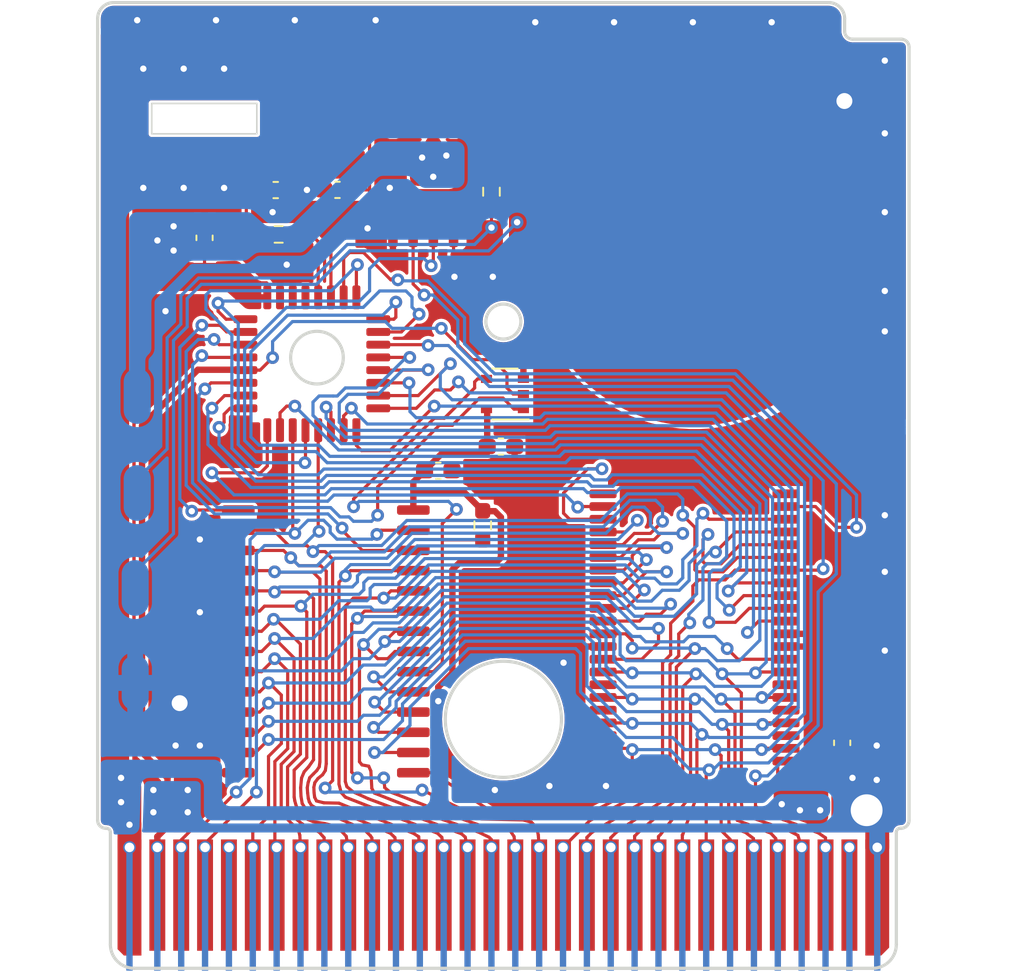
<source format=kicad_pcb>
(kicad_pcb (version 20211014) (generator pcbnew)
  (layers (0 "F.Cu" signal) (31 "B.Cu" signal) (34 "B.Paste" user) (35 "F.Paste" user) (36 "B.SilkS" user "B.Silkscreen") (37 "F.SilkS" user "F.Silkscreen") (38 "B.Mask" user) (39 "F.Mask" user) (44 "Edge.Cuts" user))
  (net 0 "")
  (net 1 "GND")
  (net 2 "VCC")
  (net 3 "Clock")
  (net 4 "Write")
  (net 5 "Read")
  (net 6 "CS")
  (net 7 "A00")
  (net 8 "A01")
  (net 9 "A02")
  (net 10 "A03")
  (net 11 "A04")
  (net 12 "A05")
  (net 13 "A06")
  (net 14 "A07")
  (net 15 "A08")
  (net 16 "A09")
  (net 17 "A10")
  (net 18 "A11")
  (net 19 "A12")
  (net 20 "A13")
  (net 21 "A14")
  (net 22 "A15")
  (net 23 "D0")
  (net 24 "D1")
  (net 25 "D2")
  (net 26 "D3")
  (net 27 "D4")
  (net 28 "D5")
  (net 29 "D6")
  (net 30 "D7")
  (net 31 "Reset")
  (net 32 "Audio")
  (net 33 "BT+")
  (net 34 "VBATT")
  (net 35 "VOUT")
  (net 36 "XIN")
  (net 37 "XOUT")
  (net 38 "X_")
  (net 39 "CE")
  (net 40 "SYS_RST")
  (net 41 "AA13")
  (net 42 "AA14")
  (net 43 "RA14")
  (net 44 "RA15")
  (net 45 "RA16")
  (net 46 "RA17")
  (net 47 "RA18")
  (net 48 "RA19")
  (net 49 "RA20")
  (net 50 "RAMCS")
  (footprint "Resistor_SMD:R_0603_1608Metric_Pad0.98x0.95mm_HandSolder" (layer "F.Cu") (at 164.380168 68.437014 90)
    (fp_text reference "R1")
    (fp_text value "1kΩ")
  )
  (footprint "Nintendo:LQFP-32_MBC" (layer "F.Cu") (at 153.084947 79.252395 90)
    (fp_text reference "U2")
    (fp_text value "MBC3A")
  )
  (footprint "Capacitor_SMD:C_0603_1608Metric_Pad1.08x0.95mm_HandSolder" (layer "F.Cu") (at 150.818557 68.333602)
    (fp_text reference "C2")
    (fp_text value "15pF")
  )
  (footprint "Resistor_SMD:R_0603_1608Metric_Pad0.98x0.95mm_HandSolder" (layer "F.Cu") (at 151.003 71.12)
    (fp_text reference "R2")
    (fp_text value "330kΩ")
  )
  (footprint "Nintendo:GroundPad_Square_TH_3.8mm" (layer "F.Cu") (at 144.78 100.584)
    (fp_text reference "GND**" hide)
    (fp_text value "GroundPad_Square_TH_3.8mm")
  )
  (footprint "Nintendo:Crystal_D2mm_L6mm_Horizontal" (layer "F.Cu") (at 149.629587 63.844956)
    (fp_text reference "X1")
    (fp_text value "Crystal_D2mm_L6mm_Horizontal")
    (fp_rect (start -6.604 -0.9525) (end 0 0.9525) (layer "Edge.Cuts") (width 0.1) (fill none))
  )
  (footprint "Capacitor_SMD:C_0603_1608Metric_Pad1.08x0.95mm_HandSolder" (layer "F.Cu") (at 164.973 84.455)
    (fp_text reference "C6")
    (fp_text value "0.1pF")
  )
  (footprint "Connector_GameBoy:GameBoy_GamePak_CGB-002_P1.50mm_Edge" (layer "F.Cu") (at 165.127 117.25)
    (fp_text reference "U0" hide)
    (fp_text value "CartBus" hide)
  )
  (footprint "Package_SO:TSOP-6_1.65x3.05mm_P0.95mm" (layer "F.Cu") (at 165.227 81.153 180)
    (fp_text reference "U5")
    (fp_text value "74LVC1G32")
  )
  (footprint "Nintendo:Batt_CR2025" (layer "F.Cu") (at 177.165 73.152 -45)
    (fp_text reference "BT1")
    (fp_text value "Batt CR2025")
  )
  (footprint "Nintendo:SO-8_SYSRST" (layer "F.Cu") (at 160.090962 67.221296 90)
    (fp_text reference "U4")
    (fp_text value "MM1134")
  )
  (footprint "Capacitor_SMD:C_0603_1608Metric_Pad1.08x0.95mm_HandSolder" (layer "F.Cu") (at 161.036 85.979)
    (fp_text reference "C5")
    (fp_text value "0.1pF")
  )
  (footprint "Capacitor_SMD:C_0603_1608Metric_Pad1.08x0.95mm_HandSolder" (layer "F.Cu") (at 186.42389 103.079648 90)
    (fp_text reference "C3")
    (fp_text value "0.1pF")
  )
  (footprint "Capacitor_SMD:C_0603_1608Metric_Pad1.08x0.95mm_HandSolder" (layer "F.Cu") (at 146.34425 71.337906 90)
    (fp_text reference "C4")
    (fp_text value "0.1pF")
  )
  (footprint "Nintendo:SOIC-28_SRAM" (layer "F.Cu") (at 153.968775 96.701069)
    (fp_text reference "U3")
    (fp_text value "RAM")
  )
  (footprint "Capacitor_SMD:C_0603_1608Metric_Pad1.08x0.95mm_HandSolder" (layer "F.Cu") (at 154.699321 68.323335)
    (fp_text reference "C1")
    (fp_text value "15pF")
  )
  (footprint "Resistor_SMD:R_0603_1608Metric_Pad0.98x0.95mm_HandSolder" (layer "F.Cu") (at 163.83 89.408 90)
    (fp_text reference "R3")
    (fp_text value "10kΩ")
  )
  (footprint "Nintendo:GroundPad_Square_TH_3.8mm" (layer "F.Cu") (at 186.563 62.738)
    (fp_text reference "GND1" hide)
    (fp_text value "GroundPad_Square_TH_3.8mm")
  )
  (footprint "Nintendo:TSOP-II-44_MROM" (layer "F.Cu") (at 177.143596 95.826146)
    (fp_text reference "U1")
    (fp_text value "PRG")
  )
  (footprint "Nintendo:TestPoint_3.5x1.7mm" (layer "B.Cu") (at 141.986 99.314 90)
    (fp_text reference "TP4")
    (fp_text value "TestPoint_3.5x1.7mm")
  )
  (footprint "Nintendo:TestPoint_3.5x1.7mm" (layer "B.Cu") (at 142.113 87.376 90)
    (fp_text reference "TP2")
    (fp_text value "TestPoint_3.5x1.7mm")
  )
  (footprint "Nintendo:TestPoint_3.5x1.7mm" (layer "B.Cu") (at 141.986 93.345 90)
    (fp_text reference "TP3")
    (fp_text value "TestPoint_3.5x1.7mm")
  )
  (footprint "Nintendo:TestPoint_3.5x1.7mm" (layer "B.Cu") (at 142.113 81.28 90)
    (fp_text reference "TP1")
    (fp_text value "TestPoint_3.5x1.7mm")
  )
  (gr_circle (center 165.127 76.6) (end 166.227 76.6) (layer "Edge.Cuts") (width 0.2) (fill none))
  (gr_circle (center 165.127 101.6) (end 168.777 101.6) (layer "Edge.Cuts") (width 0.2) (fill none))
  (gr_line (start 190.127 58.85) (end 187.077 58.85) (layer "Edge.Cuts") (width 0.2))
  (gr_line (start 141.927439 117.249559) (end 188.327441 117.250435) (layer "Edge.Cuts") (width 0.2))
  (gr_circle (center 153.411123 78.867) (end 155.067 78.867) (layer "Edge.Cuts") (width 0.2) (fill none))
  (gr_arc (start 185.577 56.55) (mid 186.284107 56.842893) (end 186.577 57.55) (layer "Edge.Cuts") (width 0.2))
  (gr_line (start 190.127 108.45) (end 190.077 108.45) (layer "Edge.Cuts") (width 0.2))
  (gr_arc (start 139.626 57.55) (mid 139.918893 56.842893) (end 140.626 56.55) (layer "Edge.Cuts") (width 0.2))
  (gr_line (start 140.177 108.45) (end 140.127 108.45) (layer "Edge.Cuts") (width 0.2))
  (gr_arc (start 140.127 108.45) (mid 139.773447 108.303553) (end 139.627 107.95) (layer "Edge.Cuts") (width 0.2))
  (gr_line (start 190.627 107.95) (end 190.627 59.35) (layer "Edge.Cuts") (width 0.2))
  (gr_arc (start 187.077 58.85) (mid 186.723447 58.703553) (end 186.577 58.35) (layer "Edge.Cuts") (width 0.2))
  (gr_arc (start 190.127 58.85) (mid 190.480553 58.996447) (end 190.627 59.35) (layer "Edge.Cuts") (width 0.2))
  (gr_arc (start 190.627 107.95) (mid 190.480553 108.303553) (end 190.127 108.45) (layer "Edge.Cuts") (width 0.2))
  (gr_arc (start 189.827002 115.749998) (mid 189.387972 116.810786) (end 188.327441 117.250435) (layer "Edge.Cuts") (width 0.2))
  (gr_line (start 139.626 57.55) (end 139.627 107.95) (layer "Edge.Cuts") (width 0.2))
  (gr_arc (start 141.927439 117.249559) (mid 140.866651 116.810529) (end 140.427002 115.749998) (layer "Edge.Cuts") (width 0.2))
  (gr_arc (start 140.177 108.45) (mid 140.353777 108.523223) (end 140.427 108.7) (layer "Edge.Cuts") (width 0.2))
  (gr_line (start 140.427002 115.749998) (end 140.427 108.7) (layer "Edge.Cuts") (width 0.2))
  (gr_line (start 186.577 57.55) (end 186.577 58.35) (layer "Edge.Cuts") (width 0.2))
  (gr_arc (start 189.827 108.7) (mid 189.900223 108.523223) (end 190.077 108.45) (layer "Edge.Cuts") (width 0.2))
  (gr_line (start 189.827002 115.749998) (end 189.827 108.7) (layer "Edge.Cuts") (width 0.2))
  (gr_line (start 185.577 56.55) (end 140.626 56.55) (layer "Edge.Cuts") (width 0.2))
  (segment (start 182.893596 97.026146) (end 188.847146 97.026146) (width 0.4) (layer "F.Cu") (net 1))
  (segment (start 152.783665 68.323335) (end 152.781 68.326) (width 0.4) (layer "F.Cu") (net 1))
  (segment (start 153.836821 68.323335) (end 152.783665 68.323335) (width 0.4) (layer "F.Cu") (net 1))
  (segment (start 182.893596 96.226146) (end 188.047146 96.226146) (width 0.4) (layer "F.Cu") (net 1))
  (segment (start 188.595 101.727) (end 188.595 103.251) (width 0.6) (layer "F.Cu") (net 1))
  (segment (start 151.089215 75.077717) (end 151.089215 73.446785) (width 0.4) (layer "F.Cu") (net 1))
  (segment (start 151.889215 73.403215) (end 151.889215 75.077717) (width 0.4) (layer "F.Cu") (net 1))
  (segment (start 162.941 85.979) (end 163.449 86.487) (width 0.4) (layer "F.Cu") (net 1))
  (segment (start 159.455962 65.305069) (end 157.988 66.773031) (width 0.4) (layer "F.Cu") (net 1))
  (segment (start 152.773398 68.333602) (end 152.781 68.326) (width 0.4) (layer "F.Cu") (net 1))
  (segment (start 158.185962 70.721296) (end 158.185962 72.192038) (width 0.4) (layer "F.Cu") (net 1))
  (segment (start 186.42389 101.61211) (end 187.452 100.584) (width 0.6) (layer "F.Cu") (net 1))
  (segment (start 163.449 86.487) (end 165.1 86.487) (width 0.4) (layer "F.Cu") (net 1))
  (segment (start 146.34425 69.42875) (end 147.574 68.199) (width 0.4) (layer "F.Cu") (net 1))
  (segment (start 159.455962 63.721296) (end 159.455962 65.305069) (width 0.4) (layer "F.Cu") (net 1))
  (segment (start 186.42389 102.217148) (end 186.42389 101.61211) (width 0.6) (layer "F.Cu") (net 1))
  (segment (start 188.627 109.65) (end 188.627 108.712) (width 1.5) (layer "F.Cu") (net 1))
  (segment (start 171.393596 97.026146) (end 169.927854 97.026146) (width 0.4) (layer "F.Cu") (net 1))
  (segment (start 161.8985 85.979) (end 162.941 85.979) (width 0.4) (layer "F.Cu") (net 1))
  (segment (start 151.511 73.025) (end 151.889215 73.403215) (width 0.4) (layer "F.Cu") (net 1))
  (segment (start 165.8355 85.7515) (end 165.8355 84.455) (width 0.4) (layer "F.Cu") (net 1))
  (segment (start 169.927854 97.026146) (end 168.91 98.044) (width 0.4) (layer "F.Cu") (net 1))
  (segment (start 187.452 100.584) (end 188.595 101.727) (width 0.6) (layer "F.Cu") (net 1))
  (segment (start 148.468775 104.956069) (end 146.231069 104.956069) (width 0.4) (layer "F.Cu") (net 1))
  (segment (start 157.988 66.773031) (end 157.988 68.199) (width 0.4) (layer "F.Cu") (net 1))
  (segment (start 166.387 80.203) (end 166.387 78.63) (width 0.4) (layer "F.Cu") (net 1))
  (segment (start 188.047146 96.226146) (end 189.103 97.282) (width 0.4) (layer "F.Cu") (net 1))
  (segment (start 151.681057 68.333602) (end 152.773398 68.333602) (width 0.4) (layer "F.Cu") (net 1))
  (segment (start 165.1 86.487) (end 165.8355 85.7515) (width 0.4) (layer "F.Cu") (net 1))
  (segment (start 146.231069 104.956069) (end 144.526 103.251) (width 0.4) (layer "F.Cu") (net 1))
  (segment (start 146.34425 70.475406) (end 146.34425 69.42875) (width 0.4) (layer "F.Cu") (net 1))
  (segment (start 151.089215 73.446785) (end 151.511 73.025) (width 0.4) (layer "F.Cu") (net 1))
  (via (at 167.132 57.785) (size 0.8) (drill 0.4) (layers "F.Cu" "B.Cu") (net 1))
  (via (at 189.103 77.216) (size 0.8) (drill 0.4) (layers "F.Cu" "B.Cu") (net 1))
  (via (at 143.129 107.442) (size 0.8) (drill 0.4) (layers "F.Cu" "B.Cu") (net 1))
  (via (at 157.988 68.199) (size 0.8) (drill 0.4) (layers "F.Cu" "B.Cu") (net 1))
  (via (at 157.099 57.658) (size 0.8) (drill 0.4) (layers "F.Cu" "B.Cu") (net 1))
  (via (at 189.103 74.676) (size 0.8) (drill 0.4) (layers "F.Cu" "B.Cu") (net 1))
  (via (at 143.891 75.946) (size 0.8) (drill 0.4) (layers "F.Cu" "B.Cu") (net 1))
  (via (at 146.05 90.297) (size 0.8) (drill 0.4) (layers "F.Cu" "B.Cu") (net 1))
  (via (at 177.038 57.785) (size 0.8) (drill 0.4) (layers "F.Cu" "B.Cu") (net 1))
  (via (at 188.595 103.251) (size 0.8) (drill 0.4) (layers "F.Cu" "B.Cu") (net 1))
  (via (at 189.103 88.773) (size 0.8) (drill 0.4) (layers "F.Cu" "B.Cu") (net 1))
  (via (at 145.034 68.199) (size 0.8) (drill 0.4) (layers "F.Cu" "B.Cu") (net 1))
  (via (at 142.113 57.658) (size 0.8) (drill 0.4) (layers "F.Cu" "B.Cu") (net 1))
  (via (at 147.574 60.706) (size 0.8) (drill 0.4) (layers "F.Cu" "B.Cu") (net 1))
  (via (at 189.103 60.198) (size 0.8) (drill 0.4) (layers "F.Cu" "B.Cu") (net 1))
  (via (at 164.465 73.787) (size 0.8) (drill 0.4) (layers "F.Cu" "B.Cu") (net 1))
  (via (at 145.034 60.706) (size 0.8) (drill 0.4) (layers "F.Cu" "B.Cu") (net 1))
  (via (at 147.066 57.658) (size 0.8) (drill 0.4) (layers "F.Cu" "B.Cu") (net 1))
  (via (at 168.021 105.791) (size 0.8) (drill 0.4) (layers "F.Cu" "B.Cu") (net 1))
  (via (at 189.103 97.282) (size 0.8) (drill 0.4) (layers "F.Cu" "B.Cu") (net 1))
  (via (at 151.511 73.025) (size 0.8) (drill 0.4) (layers "F.Cu" "B.Cu") (net 1))
  (via (at 143.129 106.045) (size 0.8) (drill 0.4) (layers "F.Cu" "B.Cu") (net 1))
  (via (at 188.595 105.41) (size 0.8) (drill 0.4) (layers "F.Cu" "B.Cu") (net 1))
  (via (at 145.288 106.045) (size 0.8) (drill 0.4) (layers "F.Cu" "B.Cu") (net 1))
  (via (at 168.91 98.044) (size 0.8) (drill 0.4) (layers "F.Cu" "B.Cu") (net 1))
  (via (at 164.592 106.045) (size 0.8) (drill 0.4) (layers "F.Cu" "B.Cu") (net 1))
  (via (at 189.103 69.723) (size 0.8) (drill 0.4) (layers "F.Cu" "B.Cu") (net 1))
  (via (at 189.103 92.329) (size 0.8) (drill 0.4) (layers "F.Cu" "B.Cu") (net 1))
  (via (at 150.622 69.723) (size 0.8) (drill 0.4) (layers "F.Cu" "B.Cu") (net 1))
  (via (at 142.494 68.199) (size 0.8) (drill 0.4) (layers "F.Cu" "B.Cu") (net 1))
  (via (at 144.526 103.251) (size 0.8) (drill 0.4) (layers "F.Cu" "B.Cu") (net 1))
  (via (at 162.052 73.787) (size 0.8) (drill 0.4) (layers "F.Cu" "B.Cu") (net 1))
  (via (at 171.577 105.791) (size 0.8) (drill 0.4) (layers "F.Cu" "B.Cu") (net 1))
  (via (at 146.05 94.869) (size 0.8) (drill 0.4) (layers "F.Cu" "B.Cu") (net 1))
  (via (at 187.96 107.315) (size 2.4) (drill 2) (layers "F.Cu" "B.Cu") (net 1))
  (via (at 145.288 107.442) (size 0.8) (drill 0.4) (layers "F.Cu" "B.Cu") (net 1))
  (via (at 152.781 68.326) (size 0.8) (drill 0.4) (layers "F.Cu" "B.Cu") (net 1))
  (via (at 152.019 57.658) (size 0.8) (drill 0.4) (layers "F.Cu" "B.Cu") (net 1))
  (via (at 142.494 60.706) (size 0.8) (drill 0.4) (layers "F.Cu" "B.Cu") (net 1))
  (via (at 189.103 64.77) (size 0.8) (drill 0.4) (layers "F.Cu" "B.Cu") (net 1))
  (via (at 181.991 57.785) (size 0.8) (drill 0.4) (layers "F.Cu" "B.Cu") (net 1))
  (via (at 187.071 105.283) (size 0.8) (drill 0.4) (layers "F.Cu" "B.Cu") (net 1))
  (via (at 156.591 70.739) (size 0.8) (drill 0.4) (layers "F.Cu" "B.Cu") (net 1))
  (via (at 146.05 103.251) (size 0.8) (drill 0.4) (layers "F.Cu" "B.Cu") (net 1))
  (via (at 147.574 68.199) (size 0.8) (drill 0.4) (layers "F.Cu" "B.Cu") (net 1))
  (via (at 172.085 57.785) (size 0.8) (drill 0.4) (layers "F.Cu" "B.Cu") (net 1))
  (segment (start 188.627 109.65) (end 188.627 108.712) (width 1) (layer "B.Cu") (net 1))
  (segment (start 164.973 91.44) (end 164.973 88.9) (width 0.4) (layer "F.Cu") (net 2))
  (segment (start 164.719 91.694) (end 164.973 91.44) (width 0.4) (layer "F.Cu") (net 2))
  (segment (start 159.55255 87.249) (end 159.468775 87.165225) (width 0.4) (layer "F.Cu") (net 2))
  (segment (start 185.801 105.156) (end 186.42389 104.53311) (width 0.2) (layer "F.Cu") (net 2))
  (segment (start 161.3165 84.836) (end 164.1105 84.836) (width 0.4) (layer "F.Cu") (net 2))
  (segment (start 159.468775 88.446069) (end 159.468775 87.165225) (width 0.4) (layer "F.Cu") (net 2))
  (segment (start 141.627 108.226) (end 141.627 107.337) (width 0.4) (layer "F.Cu") (net 2))
  (segment (start 158.185962 60.776962) (end 156.591 59.182) (width 0.4) (layer "F.Cu") (net 2))
  (segment (start 141.627 109.65) (end 141.627 108.226) (width 1.5) (layer "F.Cu") (net 2))
  (segment (start 163.83 88.4955) (end 162.5835 87.249) (width 0.4) (layer "F.Cu") (net 2))
  (segment (start 141.097 59.182) (end 140.589 59.69) (width 0.4) (layer "F.Cu") (net 2))
  (segment (start 141.097 105.283) (end 141.097 106.807) (width 0.4) (layer "F.Cu") (net 2))
  (segment (start 164.592 88.519) (end 163.8535 88.519) (width 0.4) (layer "F.Cu") (net 2))
  (segment (start 164.973 88.9) (end 164.592 88.519) (width 0.4) (layer "F.Cu") (net 2))
  (segment (start 182.626 106.934) (end 182.372 106.68) (width 0.2) (layer "F.Cu") (net 2))
  (segment (start 185.293 107.061) (end 185.039 107.315) (width 0.2) (layer "F.Cu") (net 2))
  (segment (start 160.1735 85.979) (end 161.3165 84.836) (width 0.4) (layer "F.Cu") (net 2))
  (segment (start 140.589 59.69) (end 140.589 104.775) (width 0.4) (layer "F.Cu") (net 2))
  (segment (start 186.42389 104.53311) (end 186.42389 103.942148) (width 0.2) (layer "F.Cu") (net 2))
  (segment (start 164.1105 84.836) (end 164.1105 82.1465) (width 0.4) (layer "F.Cu") (net 2))
  (segment (start 162.5835 87.249) (end 159.55255 87.249) (width 0.4) (layer "F.Cu") (net 2))
  (segment (start 182.893596 104.226146) (end 184.363146 104.226146) (width 0.2) (layer "F.Cu") (net 2))
  (segment (start 140.589 104.775) (end 141.097 105.283) (width 0.4) (layer "F.Cu") (net 2))
  (segment (start 159.468775 86.683725) (end 160.1735 85.979) (width 0.4) (layer "F.Cu") (net 2))
  (segment (start 159.468775 87.165225) (end 159.468775 86.683725) (width 0.4) (layer "F.Cu") (net 2))
  (segment (start 161.925 98.679) (end 161.925 92.202) (width 0.4) (layer "F.Cu") (net 2))
  (segment (start 185.293 105.156) (end 185.801 105.156) (width 0.2) (layer "F.Cu") (net 2))
  (segment (start 185.293 105.156) (end 185.293 107.061) (width 0.2) (layer "F.Cu") (net 2))
  (segment (start 182.372 106.68) (end 182.372 104.521) (width 0.2) (layer "F.Cu") (net 2))
  (segment (start 156.591 59.182) (end 141.097 59.182) (width 0.4) (layer "F.Cu") (net 2))
  (segment (start 161.036 99.568) (end 161.925 98.679) (width 0.4) (layer "F.Cu") (net 2))
  (segment (start 158.185962 63.721296) (end 158.185962 60.776962) (width 0.4) (layer "F.Cu") (net 2))
  (segment (start 141.627 107.337) (end 141.097 106.807) (width 0.4) (layer "F.Cu") (net 2))
  (segment (start 184.363146 104.226146) (end 185.293 105.156) (width 0.2) (layer "F.Cu") (net 2))
  (segment (start 162.433 91.694) (end 164.719 91.694) (width 0.4) (layer "F.Cu") (net 2))
  (segment (start 161.925 92.202) (end 162.433 91.694) (width 0.4) (layer "F.Cu") (net 2))
  (segment (start 161.036 100.457) (end 161.036 99.568) (width 0.4) (layer "F.Cu") (net 2))
  (via (at 161.036 100.457) (size 0.8) (drill 0.4) (layers "F.Cu" "B.Cu") (net 2))
  (via (at 141.097 105.283) (size 0.8) (drill 0.4) (layers "F.Cu" "B.Cu") (net 2))
  (via (at 141.627 108.226) (size 0.8) (drill 0.4) (layers "F.Cu" "B.Cu") (net 2))
  (via (at 182.626 106.934) (size 0.8) (drill 0.4) (layers "F.Cu" "B.Cu") (net 2))
  (via (at 183.769 107.315) (size 0.8) (drill 0.4) (layers "F.Cu" "B.Cu") (net 2))
  (via (at 141.097 106.807) (size 0.8) (drill 0.4) (layers "F.Cu" "B.Cu") (net 2))
  (via (at 185.039 107.315) (size 0.8) (drill 0.4) (layers "F.Cu" "B.Cu") (net 2))
  (segment (start 183.769 107.315) (end 185.039 107.315) (width 0.2) (layer "B.Cu") (net 2))
  (segment (start 146.939 107.315) (end 147.066 107.442) (width 0.4) (layer "B.Cu") (net 2))
  (segment (start 182.626 106.934) (end 183.388 106.934) (width 0.2) (layer "B.Cu") (net 2))
  (segment (start 141.097 105.283) (end 141.732 104.648) (width 0.4) (layer "B.Cu") (net 2))
  (segment (start 146.939 105.283) (end 146.939 107.315) (width 0.4) (layer "B.Cu") (net 2))
  (segment (start 147.066 107.442) (end 182.118 107.442) (width 0.4) (layer "B.Cu") (net 2))
  (segment (start 141.732 104.648) (end 146.304 104.648) (width 0.4) (layer "B.Cu") (net 2))
  (segment (start 182.118 107.442) (end 182.626 106.934) (width 0.4) (layer "B.Cu") (net 2))
  (segment (start 183.388 106.934) (end 183.769 107.315) (width 0.2) (layer "B.Cu") (net 2))
  (segment (start 146.304 104.648) (end 146.939 105.283) (width 0.4) (layer "B.Cu") (net 2))
  (segment (start 142.416144 83.135856) (end 145.923 79.629) (width 0.4) (layer "F.Cu") (net 3))
  (segment (start 149.836283 79.652717) (end 150.622 78.867) (width 0.2) (layer "F.Cu") (net 3))
  (segment (start 161.2265 77.0255) (end 163.195 78.994) (width 0.2) (layer "F.Cu") (net 3))
  (segment (start 164.465 78.994) (end 165.354 79.883) (width 0.2) (layer "F.Cu") (net 3))
  (segment (start 148.914215 79.652717) (end 149.836283 79.652717) (width 0.2) (layer "F.Cu") (net 3))
  (segment (start 143.377 108.972) (end 144.018 108.331) (width 0.4) (layer "F.Cu") (net 3))
  (segment (start 143.377 109.65) (end 143.377 108.972) (width 0.4) (layer "F.Cu") (net 3))
  (segment (start 145.923 79.629) (end 148.890498 79.629) (width 0.4) (layer "F.Cu") (net 3))
  (segment (start 163.195 78.994) (end 164.465 78.994) (width 0.2) (layer "F.Cu") (net 3))
  (segment (start 165.735 81.153) (end 166.387 81.153) (width 0.2) (layer "F.Cu") (net 3))
  (segment (start 142.416144 103.681144) (end 142.416144 83.135856) (width 0.4) (layer "F.Cu") (net 3))
  (segment (start 165.354 79.883) (end 165.354 80.772) (width 0.2) (layer "F.Cu") (net 3))
  (segment (start 165.354 80.772) (end 165.735 81.153) (width 0.2) (layer "F.Cu") (net 3))
  (segment (start 144.018 105.283) (end 142.416144 103.681144) (width 0.4) (layer "F.Cu") (net 3))
  (segment (start 144.018 108.331) (end 144.018 105.283) (width 0.4) (layer "F.Cu") (net 3))
  (via (at 150.622 78.867) (size 0.8) (drill 0.4) (layers "F.Cu" "B.Cu") (net 3))
  (via (at 161.2265 77.0255) (size 0.8) (drill 0.4) (layers "F.Cu" "B.Cu") (net 3))
  (segment (start 150.622 78.867) (end 150.622 77.851) (width 0.2) (layer "B.Cu") (net 3))
  (segment (start 150.622 77.851) (end 151.87348 76.59952) (width 0.2) (layer "B.Cu") (net 3))
  (segment (start 157.709986 76.59952) (end 158.135966 77.0255) (width 0.2) (layer "B.Cu") (net 3))
  (segment (start 151.87348 76.59952) (end 157.709986 76.59952) (width 0.2) (layer "B.Cu") (net 3))
  (segment (start 158.135966 77.0255) (end 161.2265 77.0255) (width 0.2) (layer "B.Cu") (net 3))
  (segment (start 151.889215 89.786215) (end 152.019 89.916) (width 0.2) (layer "F.Cu") (net 4))
  (segment (start 145.923 108.585) (end 148.336 106.172) (width 0.2) (layer "F.Cu") (net 4))
  (segment (start 145.4785 108.585) (end 145.923 108.585) (width 0.2) (layer "F.Cu") (net 4))
  (segment (start 144.877 109.65) (end 144.877 109.1865) (width 0.2) (layer "F.Cu") (net 4))
  (segment (start 157.438309 89.716069) (end 159.468775 89.716069) (width 0.2) (layer "F.Cu") (net 4))
  (segment (start 157.175878 89.9785) (end 157.438309 89.716069) (width 0.2) (layer "F.Cu") (net 4))
  (segment (start 144.877 109.1865) (end 145.4785 108.585) (width 0.2) (layer "F.Cu") (net 4))
  (segment (start 151.889215 83.427717) (end 151.889215 89.786215) (width 0.2) (layer "F.Cu") (net 4))
  (via (at 152.019 89.916) (size 0.8) (drill 0.4) (layers "F.Cu" "B.Cu") (net 4))
  (via (at 157.175878 89.9785) (size 0.8) (drill 0.4) (layers "F.Cu" "B.Cu") (net 4))
  (via (at 148.336 106.172) (size 0.8) (drill 0.4) (layers "F.Cu" "B.Cu") (net 4))
  (segment (start 149.606 89.916) (end 152.019 89.916) (width 0.2) (layer "B.Cu") (net 4))
  (segment (start 149.20648 105.30152) (end 149.20648 90.31552) (width 0.2) (layer "B.Cu") (net 4))
  (segment (start 154.66748 90.27848) (end 154.242511 89.853511) (width 0.2) (layer "B.Cu") (net 4))
  (segment (start 156.875898 90.27848) (end 154.66748 90.27848) (width 0.2) (layer "B.Cu") (net 4))
  (segment (start 153.832748 89.089489) (end 152.845511 89.089489) (width 0.2) (layer "B.Cu") (net 4))
  (segment (start 154.242511 89.499252) (end 153.832748 89.089489) (width 0.2) (layer "B.Cu") (net 4))
  (segment (start 149.20648 90.31552) (end 149.606 89.916) (width 0.2) (layer "B.Cu") (net 4))
  (segment (start 157.175878 89.9785) (end 156.875898 90.27848) (width 0.2) (layer "B.Cu") (net 4))
  (segment (start 148.336 106.172) (end 149.20648 105.30152) (width 0.2) (layer "B.Cu") (net 4))
  (segment (start 154.242511 89.853511) (end 154.242511 89.499252) (width 0.2) (layer "B.Cu") (net 4))
  (segment (start 152.845511 89.089489) (end 152.019 89.916) (width 0.2) (layer "B.Cu") (net 4))
  (segment (start 174.879 96.774) (end 174.879 95.885) (width 0.2) (layer "F.Cu") (net 5))
  (segment (start 159.468775 96.066069) (end 158.314931 96.066069) (width 0.2) (layer "F.Cu") (net 5))
  (segment (start 171.393596 97.826146) (end 173.826854 97.826146) (width 0.2) (layer "F.Cu") (net 5))
  (segment (start 173.826854 97.826146) (end 174.879 96.774) (width 0.2) (layer "F.Cu") (net 5))
  (segment (start 158.314931 96.066069) (end 157.6705 96.7105) (width 0.2) (layer "F.Cu") (net 5))
  (segment (start 146.377 109.401) (end 149.606 106.172) (width 0.2) (layer "F.Cu") (net 5))
  (segment (start 153.489215 89.735215) (end 153.543 89.789) (width 0.2) (layer "F.Cu") (net 5))
  (segment (start 153.489215 83.427717) (end 153.489215 89.735215) (width 0.2) (layer "F.Cu") (net 5))
  (via (at 153.543 89.789) (size 0.8) (drill 0.4) (layers "F.Cu" "B.Cu") (net 5))
  (via (at 174.879 95.885) (size 0.8) (drill 0.4) (layers "F.Cu" "B.Cu") (net 5))
  (via (at 149.606 106.172) (size 0.8) (drill 0.4) (layers "F.Cu" "B.Cu") (net 5))
  (via (at 157.6705 96.7105) (size 0.8) (drill 0.4) (layers "F.Cu" "B.Cu") (net 5))
  (segment (start 171.576118 93.896136) (end 173.564982 95.885) (width 0.2) (layer "B.Cu") (net 5))
  (segment (start 157.6705 96.7105) (end 157.6705 96.8375) (width 0.2) (layer "B.Cu") (net 5))
  (segment (start 149.606 98.552) (end 149.606 91.186) (width 0.2) (layer "B.Cu") (net 5))
  (segment (start 155.702 97.79) (end 154.94 98.552) (width 0.2) (layer "B.Cu") (net 5))
  (segment (start 157.6705 96.8375) (end 156.718 97.79) (width 0.2) (layer "B.Cu") (net 5))
  (segment (start 149.606 91.186) (end 150.114 90.678) (width 0.2) (layer "B.Cu") (net 5))
  (segment (start 152.553741 90.678) (end 153.442741 89.789) (width 0.2) (layer "B.Cu") (net 5))
  (segment (start 158.601466 96.7105) (end 161.41583 93.896136) (width 0.2) (layer "B.Cu") (net 5))
  (segment (start 157.6705 96.7105) (end 158.601466 96.7105) (width 0.2) (layer "B.Cu") (net 5))
  (segment (start 173.564982 95.885) (end 174.879 95.885) (width 0.2) (layer "B.Cu") (net 5))
  (segment (start 161.41583 93.896136) (end 171.576118 93.896136) (width 0.2) (layer "B.Cu") (net 5))
  (segment (start 153.442741 89.789) (end 153.543 89.789) (width 0.2) (layer "B.Cu") (net 5))
  (segment (start 156.718 97.79) (end 155.702 97.79) (width 0.2) (layer "B.Cu") (net 5))
  (segment (start 149.606 106.172) (end 149.606 98.552) (width 0.2) (layer "B.Cu") (net 5))
  (segment (start 154.94 98.552) (end 149.606 98.552) (width 0.2) (layer "B.Cu") (net 5))
  (segment (start 150.114 90.678) (end 152.553741 90.678) (width 0.2) (layer "B.Cu") (net 5))
  (segment (start 149.377 109.65) (end 149.377 108.687) (width 0.2) (layer "F.Cu") (net 7))
  (segment (start 149.377 108.687) (end 150.365365 107.698635) (width 0.2) (layer "F.Cu") (net 7))
  (segment (start 149.805931 99.876069) (end 150.368 99.314) (width 0.2) (layer "F.Cu") (net 7))
  (segment (start 179.868146 97.826146) (end 179.197 97.155) (width 0.2) (layer "F.Cu") (net 7))
  (segment (start 148.468775 99.876069) (end 149.805931 99.876069) (width 0.2) (layer "F.Cu") (net 7))
  (segment (start 151.171618 103.124) (end 151.171618 100.076) (width 0.2) (layer "F.Cu") (net 7))
  (segment (start 150.409618 99.314) (end 150.368 99.314) (width 0.2) (layer "F.Cu") (net 7))
  (segment (start 150.365364 103.930254) (end 151.171618 103.124) (width 0.2) (layer "F.Cu") (net 7))
  (segment (start 182.893596 97.826146) (end 179.868146 97.826146) (width 0.2) (layer "F.Cu") (net 7))
  (segment (start 150.365365 107.698635) (end 150.365364 103.930254) (width 0.2) (layer "F.Cu") (net 7))
  (segment (start 151.171618 100.076) (end 150.409618 99.314) (width 0.2) (layer "F.Cu") (net 7))
  (via (at 150.368 99.314) (size 0.8) (drill 0.4) (layers "F.Cu" "B.Cu") (net 7))
  (via (at 179.197 97.155) (size 0.8) (drill 0.4) (layers "F.Cu" "B.Cu") (net 7))
  (segment (start 171.130656 94.295656) (end 161.586676 94.295656) (width 0.2) (layer "B.Cu") (net 7))
  (segment (start 176.449874 96.727126) (end 174.070126 96.727126) (width 0.2) (layer "B.Cu") (net 7))
  (segment (start 178.435 96.393) (end 176.784 96.393) (width 0.2) (layer "B.Cu") (net 7))
  (segment (start 156.318481 98.189519) (end 155.194 99.314) (width 0.2) (layer "B.Cu") (net 7))
  (segment (start 174.070126 96.727126) (end 173.736 96.393) (width 0.2) (layer "B.Cu") (net 7))
  (segment (start 173.736 96.393) (end 173.228 96.393) (width 0.2) (layer "B.Cu") (net 7))
  (segment (start 176.784 96.393) (end 176.449874 96.727126) (width 0.2) (layer "B.Cu") (net 7))
  (segment (start 173.228 96.393) (end 171.130656 94.295656) (width 0.2) (layer "B.Cu") (net 7))
  (segment (start 155.194 99.314) (end 150.368 99.314) (width 0.2) (layer "B.Cu") (net 7))
  (segment (start 161.586676 94.295656) (end 157.692813 98.189519) (width 0.2) (layer "B.Cu") (net 7))
  (segment (start 179.197 97.155) (end 178.435 96.393) (width 0.2) (layer "B.Cu") (net 7))
  (segment (start 157.692813 98.189519) (end 156.318481 98.189519) (width 0.2) (layer "B.Cu") (net 7))
  (segment (start 151.571138 103.444862) (end 151.571138 98.552) (width 0.2) (layer "F.Cu") (net 8))
  (segment (start 150.764884 104.251116) (end 151.571138 103.444862) (width 0.2) (layer "F.Cu") (net 8))
  (segment (start 151.571138 98.552) (end 150.809138 97.79) (width 0.2) (layer "F.Cu") (net 8))
  (segment (start 149.932931 98.606069) (end 150.749 97.79) (width 0.2) (layer "F.Cu") (net 8))
  (segment (start 148.468775 98.606069) (end 149.932931 98.606069) (width 0.2) (layer "F.Cu") (net 8))
  (segment (start 150.809138 97.79) (end 150.749 97.79) (width 0.2) (layer "F.Cu") (net 8))
  (segment (start 150.764885 109.537885) (end 150.764884 104.251116) (width 0.2) (layer "F.Cu") (net 8))
  (segment (start 175.006 94.996) (end 175.641 94.361) (width 0.2) (layer "F.Cu") (net 8))
  (segment (start 173.686854 95.426146) (end 174.117 94.996) (width 0.2) (layer "F.Cu") (net 8))
  (segment (start 171.393596 95.426146) (end 173.686854 95.426146) (width 0.2) (layer "F.Cu") (net 8))
  (segment (start 174.117 94.996) (end 175.006 94.996) (width 0.2) (layer "F.Cu") (net 8))
  (via (at 150.749 97.79) (size 0.8) (drill 0.4) (layers "F.Cu" "B.Cu") (net 8))
  (via (at 175.641 94.361) (size 0.8) (drill 0.4) (layers "F.Cu" "B.Cu") (net 8))
  (segment (start 156.337 96.139) (end 156.93496 95.54104) (width 0.2) (layer "B.Cu") (net 8))
  (segment (start 156.93496 95.54104) (end 158.580289 95.54104) (width 0.2) (layer "B.Cu") (net 8))
  (segment (start 158.580289 95.54104) (end 161.024233 93.097096) (width 0.2) (layer "B.Cu") (net 8))
  (segment (start 173.424994 94.615) (end 175.387 94.615) (width 0.2) (layer "B.Cu") (net 8))
  (segment (start 175.387 94.615) (end 175.641 94.361) (width 0.2) (layer "B.Cu") (net 8))
  (segment (start 150.749 97.79) (end 154.051 97.79) (width 0.2) (layer "B.Cu") (net 8))
  (segment (start 171.90709 93.097096) (end 173.424994 94.615) (width 0.2) (layer "B.Cu") (net 8))
  (segment (start 155.702 96.139) (end 156.337 96.139) (width 0.2) (layer "B.Cu") (net 8))
  (segment (start 161.024233 93.097096) (end 171.90709 93.097096) (width 0.2) (layer "B.Cu") (net 8))
  (segment (start 154.051 97.79) (end 155.702 96.139) (width 0.2) (layer "B.Cu") (net 8))
  (segment (start 151.164404 107.253435) (end 151.164404 104.42959) (width 0.2) (layer "F.Cu") (net 9))
  (segment (start 152.332958 108.88658) (end 152.377 109.65) (width 0.2) (layer "F.Cu") (net 9))
  (segment (start 151.858479 108.193428) (end 152.106033 108.445108) (width 0.2) (layer "F.Cu") (net 9))
  (segment (start 172.835854 94.626146) (end 173.99 93.472) (width 0.2) (layer "F.Cu") (net 9))
  (segment (start 151.164404 104.42959) (end 151.970658 103.623336) (width 0.2) (layer "F.Cu") (net 9))
  (segment (start 151.970658 97.741658) (end 150.749 96.52) (width 0.2) (layer "F.Cu") (net 9))
  (segment (start 171.393596 94.626146) (end 172.835854 94.626146) (width 0.2) (layer "F.Cu") (net 9))
  (segment (start 151.164404 107.253435) (end 151.280852 107.562164) (width 0.2) (layer "F.Cu") (net 9))
  (segment (start 148.468775 97.336069) (end 149.932931 97.336069) (width 0.2) (layer "F.Cu") (net 9))
  (segment (start 151.280852 107.562164) (end 151.52428 107.846852) (width 0.2) (layer "F.Cu") (net 9))
  (segment (start 152.106033 108.445108) (end 152.279321 108.68441) (width 0.2) (layer "F.Cu") (net 9))
  (segment (start 149.932931 97.336069) (end 150.749 96.52) (width 0.2) (layer "F.Cu") (net 9))
  (segment (start 151.970658 103.623336) (end 151.970658 97.741658) (width 0.2) (layer "F.Cu") (net 9))
  (segment (start 152.279321 108.68441) (end 152.332958 108.88658) (width 0.2) (layer "F.Cu") (net 9))
  (segment (start 151.52428 107.846852) (end 151.858479 108.193428) (width 0.2) (layer "F.Cu") (net 9))
  (via (at 173.99 93.472) (size 0.8) (drill 0.4) (layers "F.Cu" "B.Cu") (net 9))
  (via (at 150.749 96.52) (size 0.8) (drill 0.4) (layers "F.Cu" "B.Cu") (net 9))
  (segment (start 153.162 96.52) (end 155.13844 94.54356) (width 0.2) (layer "B.Cu") (net 9))
  (segment (start 160.589858 92.298056) (end 172.63205 92.298056) (width 0.2) (layer "B.Cu") (net 9))
  (segment (start 156.972 94.742) (end 158.145914 94.742) (width 0.2) (layer "B.Cu") (net 9))
  (segment (start 158.145914 94.742) (end 160.589858 92.298056) (width 0.2) (layer "B.Cu") (net 9))
  (segment (start 172.63205 92.298056) (end 173.805994 93.472) (width 0.2) (layer "B.Cu") (net 9))
  (segment (start 155.13844 94.54356) (end 156.77356 94.54356) (width 0.2) (layer "B.Cu") (net 9))
  (segment (start 156.77356 94.54356) (end 156.972 94.742) (width 0.2) (layer "B.Cu") (net 9))
  (segment (start 173.805994 93.472) (end 173.99 93.472) (width 0.2) (layer "B.Cu") (net 9))
  (segment (start 150.749 96.52) (end 153.162 96.52) (width 0.2) (layer "B.Cu") (net 9))
  (segment (start 153.877 109.65) (end 153.860396 109.039711) (width 0.2) (layer "F.Cu") (net 10))
  (segment (start 148.468775 96.066069) (end 149.932931 96.066069) (width 0.2) (layer "F.Cu") (net 10))
  (segment (start 149.932931 96.066069) (end 150.6855 95.3135) (width 0.2) (layer "F.Cu") (net 10))
  (segment (start 151.82495 107.540632) (end 151.563923 107.087948) (width 0.2) (layer "F.Cu") (net 10))
  (segment (start 152.370178 103.788822) (end 152.370178 96.871178) (width 0.2) (layer "F.Cu") (net 10))
  (segment (start 152.370178 96.871178) (end 150.8125 95.3135) (width 0.2) (layer "F.Cu") (net 10))
  (segment (start 174.117 92.329) (end 175.387 92.329) (width 0.2) (layer "F.Cu") (net 10))
  (segment (start 171.393596 93.826146) (end 172.619854 93.826146) (width 0.2) (layer "F.Cu") (net 10))
  (segment (start 153.860396 109.039711) (end 153.540638 108.682132) (width 0.2) (layer "F.Cu") (net 10))
  (segment (start 153.540638 108.682132) (end 153.134924 108.486152) (width 0.2) (layer "F.Cu") (net 10))
  (segment (start 152.763593 108.362375) (end 152.381947 108.101067) (width 0.2) (layer "F.Cu") (net 10))
  (segment (start 150.8125 95.3135) (end 150.6855 95.3135) (width 0.2) (layer "F.Cu") (net 10))
  (segment (start 152.381947 108.101067) (end 152.113763 107.867266) (width 0.2) (layer "F.Cu") (net 10))
  (segment (start 152.113763 107.867266) (end 151.82495 107.540632) (width 0.2) (layer "F.Cu") (net 10))
  (segment (start 172.619854 93.826146) (end 174.117 92.329) (width 0.2) (layer "F.Cu") (net 10))
  (segment (start 153.134924 108.486152) (end 152.763593 108.362375) (width 0.2) (layer "F.Cu") (net 10))
  (segment (start 151.563923 104.595077) (end 152.370178 103.788822) (width 0.2) (layer "F.Cu") (net 10))
  (segment (start 151.563923 107.087948) (end 151.563923 104.595077) (width 0.2) (layer "F.Cu") (net 10))
  (via (at 150.6855 95.3135) (size 0.8) (drill 0.4) (layers "F.Cu" "B.Cu") (net 10))
  (via (at 175.387 92.329) (size 0.8) (drill 0.4) (layers "F.Cu" "B.Cu") (net 10))
  (segment (start 158.55498 93.128039) (end 156.998461 93.128039) (width 0.2) (layer "B.Cu") (net 10))
  (segment (start 154.77596 94.14404) (end 153.6065 95.3135) (width 0.2) (layer "B.Cu") (net 10))
  (segment (start 175.387 92.329) (end 173.863 92.329) (width 0.2) (layer "B.Cu") (net 10))
  (segment (start 156.755038 93.371462) (end 156.755038 93.942962) (width 0.2) (layer "B.Cu") (net 10))
  (segment (start 173.033016 91.499016) (end 160.184003 91.499016) (width 0.2) (layer "B.Cu") (net 10))
  (segment (start 156.55396 94.14404) (end 154.77596 94.14404) (width 0.2) (layer "B.Cu") (net 10))
  (segment (start 173.863 92.329) (end 173.033016 91.499016) (width 0.2) (layer "B.Cu") (net 10))
  (segment (start 156.755038 93.942962) (end 156.55396 94.14404) (width 0.2) (layer "B.Cu") (net 10))
  (segment (start 160.184003 91.499016) (end 158.55498 93.128039) (width 0.2) (layer "B.Cu") (net 10))
  (segment (start 153.6065 95.3135) (end 150.6855 95.3135) (width 0.2) (layer "B.Cu") (net 10))
  (segment (start 156.998461 93.128039) (end 156.755038 93.371462) (width 0.2) (layer "B.Cu") (net 10))
  (segment (start 153.886265 108.15017) (end 154.249345 108.24094) (width 0.2) (layer "F.Cu") (net 11))
  (segment (start 152.091497 106.990791) (end 152.145959 107.144274) (width 0.2) (layer "F.Cu") (net 11))
  (segment (start 150.114 94.488) (end 152.4 94.488) (width 0.2) (layer "F.Cu") (net 11))
  (segment (start 153.481926 108.084155) (end 153.886265 108.15017) (width 0.2) (layer "F.Cu") (net 11))
  (segment (start 152.339051 107.416584) (end 152.42322 107.520557) (width 0.2) (layer "F.Cu") (net 11))
  (segment (start 149.805931 94.796069) (end 150.114 94.488) (width 0.2) (layer "F.Cu") (net 11))
  (segment (start 155.247813 108.950595) (end 155.377 109.65) (width 0.2) (layer "F.Cu") (net 11))
  (segment (start 151.977622 106.48578) (end 152.017231 106.728383) (width 0.2) (layer "F.Cu") (net 11))
  (segment (start 154.249345 108.24094) (end 154.587669 108.40185) (width 0.2) (layer "F.Cu") (net 11))
  (segment (start 152.017231 106.728383) (end 152.091497 106.990791) (width 0.2) (layer "F.Cu") (net 11))
  (segment (start 172.657854 93.026146) (end 174.117 91.567) (width 0.2) (layer "F.Cu") (net 11))
  (segment (start 154.587669 108.40185) (end 154.97963 108.661782) (width 0.2) (layer "F.Cu") (net 11))
  (segment (start 151.977622 104.793773) (end 152.769698 104.001697) (width 0.2) (layer "F.Cu") (net 11))
  (segment (start 148.468775 94.796069) (end 149.805931 94.796069) (width 0.2) (layer "F.Cu") (net 11))
  (segment (start 152.769698 94.857698) (end 152.4 94.488) (width 0.2) (layer "F.Cu") (net 11))
  (segment (start 152.834159 107.890238) (end 153.15598 108.026393) (width 0.2) (layer "F.Cu") (net 11))
  (segment (start 152.655921 107.728502) (end 152.834159 107.890238) (width 0.2) (layer "F.Cu") (net 11))
  (segment (start 152.42322 107.520557) (end 152.655921 107.728502) (width 0.2) (layer "F.Cu") (net 11))
  (segment (start 151.977622 106.48578) (end 151.977622 104.793773) (width 0.2) (layer "F.Cu") (net 11))
  (segment (start 171.393596 93.026146) (end 172.657854 93.026146) (width 0.2) (layer "F.Cu") (net 11))
  (segment (start 152.145959 107.144274) (end 152.339051 107.416584) (width 0.2) (layer "F.Cu") (net 11))
  (segment (start 153.15598 108.026393) (end 153.481926 108.084155) (width 0.2) (layer "F.Cu") (net 11))
  (segment (start 154.97963 108.661782) (end 155.247813 108.950595) (width 0.2) (layer "F.Cu") (net 11))
  (segment (start 152.769698 104.001697) (end 152.769698 94.857698) (width 0.2) (layer "F.Cu") (net 11))
  (via (at 152.4 94.488) (size 0.8) (drill 0.4) (layers "F.Cu" "B.Cu") (net 11))
  (via (at 174.117 91.567) (size 0.8) (drill 0.4) (layers "F.Cu" "B.Cu") (net 11))
  (segment (start 156.06448 93.74452) (end 156.355519 93.453481) (width 0.2) (layer "B.Cu") (net 11))
  (segment (start 153.14348 93.74452) (end 156.06448 93.74452) (width 0.2) (layer "B.Cu") (net 11))
  (segment (start 159.97038 91.099496) (end 173.649496 91.099496) (width 0.2) (layer "B.Cu") (net 11))
  (segment (start 173.649496 91.099496) (end 174.117 91.567) (width 0.2) (layer "B.Cu") (net 11))
  (segment (start 156.355519 93.453481) (end 156.355519 93.008981) (width 0.2) (layer "B.Cu") (net 11))
  (segment (start 158.341356 92.72852) (end 159.97038 91.099496) (width 0.2) (layer "B.Cu") (net 11))
  (segment (start 156.355519 93.008981) (end 156.63598 92.72852) (width 0.2) (layer "B.Cu") (net 11))
  (segment (start 152.4 94.488) (end 153.14348 93.74452) (width 0.2) (layer "B.Cu") (net 11))
  (segment (start 156.63598 92.72852) (end 158.341356 92.72852) (width 0.2) (layer "B.Cu") (net 11))
  (segment (start 152.885828 104.586699) (end 153.196401 104.14) (width 0.2) (layer "F.Cu") (net 12))
  (segment (start 152.442293 105.288103) (end 152.60733 104.89958) (width 0.2) (layer "F.Cu") (net 12))
  (segment (start 153.196401 104.14) (end 153.196401 94.014401) (width 0.2) (layer "F.Cu") (net 12))
  (segment (start 154.760773 107.818413) (end 156.393443 108.545628) (width 0.2) (layer "F.Cu") (net 12))
  (segment (start 173.736 90.805) (end 175.387 90.805) (width 0.2) (layer "F.Cu") (net 12))
  (segment (start 171.393596 92.226146) (end 172.695854 92.226146) (width 0.2) (layer "F.Cu") (net 12))
  (segment (start 152.48149 106.889642) (end 152.407911 106.439918) (width 0.2) (layer "F.Cu") (net 12))
  (segment (start 153.334861 107.625915) (end 153.748375 107.682951) (width 0.2) (layer "F.Cu") (net 12))
  (segment (start 156.393443 108.545628) (end 156.77131 108.916366) (width 0.2) (layer "F.Cu") (net 12))
  (segment (start 156.77131 108.916366) (end 156.863994 109.058957) (width 0.2) (layer "F.Cu") (net 12))
  (segment (start 153.196401 94.014401) (end 152.781 93.599) (width 0.2) (layer "F.Cu") (net 12))
  (segment (start 152.949864 107.454805) (end 153.334861 107.625915) (width 0.2) (layer "F.Cu") (net 12))
  (segment (start 156.863994 109.058957) (end 156.877 109.65) (width 0.2) (layer "F.Cu") (net 12))
  (segment (start 153.748375 107.682951) (end 154.368647 107.732858) (width 0.2) (layer "F.Cu") (net 12))
  (segment (start 154.368647 107.732858) (end 154.760773 107.818413) (width 0.2) (layer "F.Cu") (net 12))
  (segment (start 152.407911 106.439918) (end 152.383843 105.906988) (width 0.2) (layer "F.Cu") (net 12))
  (segment (start 172.695854 92.226146) (end 173.228 91.694) (width 0.2) (layer "F.Cu") (net 12))
  (segment (start 173.228 91.694) (end 173.228 91.313) (width 0.2) (layer "F.Cu") (net 12))
  (segment (start 152.664682 107.183882) (end 152.48149 106.889642) (width 0.2) (layer "F.Cu") (net 12))
  (segment (start 152.383843 105.906988) (end 152.442293 105.288103) (width 0.2) (layer "F.Cu") (net 12))
  (segment (start 152.664682 107.183882) (end 152.949864 107.454805) (width 0.2) (layer "F.Cu") (net 12))
  (segment (start 152.781 93.599) (end 150.749 93.599) (width 0.2) (layer "F.Cu") (net 12))
  (segment (start 148.468775 93.526069) (end 150.676069 93.526069) (width 0.2) (layer "F.Cu") (net 12))
  (segment (start 150.676069 93.526069) (end 150.749 93.599) (width 0.2) (layer "F.Cu") (net 12))
  (segment (start 173.228 91.313) (end 173.736 90.805) (width 0.2) (layer "F.Cu") (net 12))
  (segment (start 152.60733 104.89958) (end 152.885828 104.586699) (width 0.2) (layer "F.Cu") (net 12))
  (via (at 150.749 93.599) (size 0.8) (drill 0.4) (layers "F.Cu" "B.Cu") (net 12))
  (via (at 175.387 90.805) (size 0.8) (drill 0.4) (layers "F.Cu" "B.Cu") (net 12))
  (segment (start 158.089024 92.329) (end 156.21 92.329) (width 0.2) (layer "B.Cu") (net 12))
  (segment (start 155.637489 93.282511) (end 151.065489 93.282511) (width 0.2) (layer "B.Cu") (net 12))
  (segment (start 155.956 92.964) (end 155.637489 93.282511) (width 0.2) (layer "B.Cu") (net 12))
  (segment (start 155.956 92.583) (end 155.956 92.964) (width 0.2) (layer "B.Cu") (net 12))
  (segment (start 175.281976 90.699976) (end 159.718048 90.699976) (width 0.2) (layer "B.Cu") (net 12))
  (segment (start 151.065489 93.282511) (end 150.749 93.599) (width 0.2) (layer "B.Cu") (net 12))
  (segment (start 156.21 92.329) (end 155.956 92.583) (width 0.2) (layer "B.Cu") (net 12))
  (segment (start 175.387 90.805) (end 175.281976 90.699976) (width 0.2) (layer "B.Cu") (net 12))
  (segment (start 159.718048 90.699976) (end 158.089024 92.329) (width 0.2) (layer "B.Cu") (net 12))
  (segment (start 153.595921 104.267) (end 153.595921 92.781441) (width 0.2) (layer "F.Cu") (net 13))
  (segment (start 152.803311 105.899425) (end 152.82394 106.233623) (width 0.2) (layer "F.Cu") (net 13))
  (segment (start 175.006 89.916) (end 176.403 89.916) (width 0.2) (layer "F.Cu") (net 13))
  (segment (start 152.852821 105.589982) (end 152.803311 105.899425) (width 0.2) (layer "F.Cu") (net 13))
  (segment (start 152.931214 106.79062) (end 153.063937 107.005643) (width 0.2) (layer "F.Cu") (net 13))
  (segment (start 153.595921 104.267) (end 153.554225 104.587387) (width 0.2) (layer "F.Cu") (net 13))
  (segment (start 171.393596 91.426146) (end 172.498374 91.426146) (width 0.2) (layer "F.Cu") (net 13))
  (segment (start 172.498374 91.426146) (end 173.609 90.31552) (width 0.2) (layer "F.Cu") (net 13))
  (segment (start 153.18702 105.032985) (end 152.955969 105.268162) (width 0.2) (layer "F.Cu") (net 13))
  (segment (start 148.468775 92.256069) (end 150.676069 92.256069) (width 0.2) (layer "F.Cu") (net 13))
  (segment (start 158.026113 108.759515) (end 158.311296 109.037568) (width 0.2) (layer "F.Cu") (net 13))
  (segment (start 174.60648 90.31552) (end 175.006 89.916) (width 0.2) (layer "F.Cu") (net 13))
  (segment (start 153.397441 104.822564) (end 153.18702 105.032985) (width 0.2) (layer "F.Cu") (net 13))
  (segment (start 152.869325 106.576073) (end 152.931214 106.79062) (width 0.2) (layer "F.Cu") (net 13))
  (segment (start 154.582534 107.297955) (end 158.026113 108.759515) (width 0.2) (layer "F.Cu") (net 13))
  (segment (start 153.869578 107.290825) (end 154.582534 107.297955) (width 0.2) (layer "F.Cu") (net 13))
  (segment (start 152.955969 105.268162) (end 152.852821 105.589982) (width 0.2) (layer "F.Cu") (net 13))
  (segment (start 153.595921 92.781441) (end 153.162 92.34752) (width 0.2) (layer "F.Cu") (net 13))
  (segment (start 173.609 90.31552) (end 174.60648 90.31552) (width 0.2) (layer "F.Cu") (net 13))
  (segment (start 153.162 92.34752) (end 150.76752 92.34752) (width 0.2) (layer "F.Cu") (net 13))
  (segment (start 153.063937 107.005643) (end 153.391897 107.2124) (width 0.2) (layer "F.Cu") (net 13))
  (segment (start 150.676069 92.256069) (end 150.749 92.329) (width 0.2) (layer "F.Cu") (net 13))
  (segment (start 150.76752 92.34752) (end 150.749 92.329) (width 0.2) (layer "F.Cu") (net 13))
  (segment (start 153.554225 104.587387) (end 153.397441 104.822564) (width 0.2) (layer "F.Cu") (net 13))
  (segment (start 152.82394 106.233623) (end 152.869325 106.576073) (width 0.2) (layer "F.Cu") (net 13))
  (segment (start 158.311296 109.037568) (end 158.377 109.65) (width 0.2) (layer "F.Cu") (net 13))
  (segment (start 153.391897 107.2124) (end 153.869578 107.290825) (width 0.2) (layer "F.Cu") (net 13))
  (via (at 176.403 89.916) (size 0.8) (drill 0.4) (layers "F.Cu" "B.Cu") (net 13))
  (via (at 150.749 92.329) (size 0.8) (drill 0.4) (layers "F.Cu" "B.Cu") (net 13))
  (segment (start 159.387075 89.900937) (end 157.810972 91.47704) (width 0.2) (layer "B.Cu") (net 13))
  (segment (start 154.52196 91.47704) (end 153.651481 92.347519) (width 0.2) (layer "B.Cu") (net 13))
  (segment (start 173.215012 88.265) (end 171.579075 89.900937) (width 0.2) (layer "B.Cu") (net 13))
  (segment (start 176.403 89.916) (end 174.879 89.916) (width 0.2) (layer "B.Cu") (net 13))
  (segment (start 174.879 89.916) (end 174.371 89.408) (width 0.2) (layer "B.Cu") (net 13))
  (segment (start 174.371 89.408) (end 174.371 88.646) (width 0.2) (layer "B.Cu") (net 13))
  (segment (start 150.76752 92.34752) (end 150.749 92.329) (width 0.2) (layer "B.Cu") (net 13))
  (segment (start 171.579075 89.900937) (end 159.387075 89.900937) (width 0.2) (layer "B.Cu") (net 13))
  (segment (start 157.810972 91.47704) (end 154.52196 91.47704) (width 0.2) (layer "B.Cu") (net 13))
  (segment (start 153.651481 92.347519) (end 150.76752 92.34752) (width 0.2) (layer "B.Cu") (net 13))
  (segment (start 173.99 88.265) (end 173.215012 88.265) (width 0.2) (layer "B.Cu") (net 13))
  (segment (start 174.371 88.646) (end 173.99 88.265) (width 0.2) (layer "B.Cu") (net 13))
  (segment (start 159.801374 108.973402) (end 159.877 109.65) (width 0.2) (layer "F.Cu") (net 14))
  (segment (start 173.355 89.916) (end 174.371 89.916) (width 0.2) (layer "F.Cu") (net 14))
  (segment (start 153.995441 92.291961) (end 153.65148 91.948) (width 0.2) (layer "F.Cu") (net 14))
  (segment (start 151.311069 90.986069) (end 152.273 91.948) (width 0.2) (layer "F.Cu") (net 14))
  (segment (start 153.937934 104.818438) (end 153.995441 104.394) (width 0.2) (layer "F.Cu") (net 14))
  (segment (start 153.384768 106.734719) (end 153.848189 106.848792) (width 0.2) (layer "F.Cu") (net 14))
  (segment (start 153.475833 105.317672) (end 153.764646 105.082496) (width 0.2) (layer "F.Cu") (net 14))
  (segment (start 153.995441 104.394) (end 153.995441 92.291961) (width 0.2) (layer "F.Cu") (net 14))
  (segment (start 153.215901 105.870544) (end 153.27779 105.577604) (width 0.2) (layer "F.Cu") (net 14))
  (segment (start 172.644854 90.626146) (end 173.355 89.916) (width 0.2) (layer "F.Cu") (net 14))
  (segment (start 153.265412 106.501807) (end 153.228279 106.200616) (width 0.2) (layer "F.Cu") (net 14))
  (segment (start 159.473414 108.766645) (end 159.801374 108.973402) (width 0.2) (layer "F.Cu") (net 14))
  (segment (start 153.27779 105.577604) (end 153.475833 105.317672) (width 0.2) (layer "F.Cu") (net 14))
  (segment (start 154.789291 106.870181) (end 159.473414 108.766645) (width 0.2) (layer "F.Cu") (net 14))
  (segment (start 171.393596 90.626146) (end 172.644854 90.626146) (width 0.2) (layer "F.Cu") (net 14))
  (segment (start 153.384768 106.734719) (end 153.265412 106.501807) (width 0.2) (layer "F.Cu") (net 14))
  (segment (start 153.65148 91.948) (end 152.273 91.948) (width 0.2) (layer "F.Cu") (net 14))
  (segment (start 153.848189 106.848792) (end 154.789291 106.870181) (width 0.2) (layer "F.Cu") (net 14))
  (segment (start 174.371 89.916) (end 175.133 89.154) (width 0.2) (layer "F.Cu") (net 14))
  (segment (start 148.468775 90.986069) (end 151.311069 90.986069) (width 0.2) (layer "F.Cu") (net 14))
  (segment (start 153.764646 105.082496) (end 153.937934 104.818438) (width 0.2) (layer "F.Cu") (net 14))
  (segment (start 153.228279 106.200616) (end 153.215901 105.870544) (width 0.2) (layer "F.Cu") (net 14))
  (via (at 175.133 89.154) (size 0.8) (drill 0.4) (layers "F.Cu" "B.Cu") (net 14))
  (via (at 151.765 91.44) (size 0.8) (drill 0.4) (layers "F.Cu" "B.Cu") (net 14))
  (segment (start 171.413589 89.501417) (end 159.221589 89.501417) (width 0.2) (layer "B.Cu") (net 14))
  (segment (start 154.28648 91.07752) (end 153.416 91.948) (width 0.2) (layer "B.Cu") (net 14))
  (segment (start 152.273 91.948) (end 151.765 91.44) (width 0.2) (layer "B.Cu") (net 14))
  (segment (start 173.083926 87.83108) (end 171.413589 89.501417) (width 0.2) (layer "B.Cu") (net 14))
  (segment (start 175.133 88.265) (end 174.69908 87.83108) (width 0.2) (layer "B.Cu") (net 14))
  (segment (start 159.221589 89.501417) (end 157.645487 91.077519) (width 0.2) (layer "B.Cu") (net 14))
  (segment (start 174.69908 87.83108) (end 173.083926 87.83108) (width 0.2) (layer "B.Cu") (net 14))
  (segment (start 175.133 89.154) (end 175.133 88.265) (width 0.2) (layer "B.Cu") (net 14))
  (segment (start 153.416 91.948) (end 152.273 91.948) (width 0.2) (layer "B.Cu") (net 14))
  (segment (start 157.645487 91.077519) (end 154.28648 91.07752) (width 0.2) (layer "B.Cu") (net 14))
  (segment (start 160.984882 108.759515) (end 161.255805 109.01618) (width 0.2) (layer "F.Cu") (net 15))
  (segment (start 154.931883 106.200002) (end 155.195677 106.492314) (width 0.2) (layer "F.Cu") (net 15))
  (segment (start 159.468775 92.256069) (end 155.520931 92.256069) (width 0.2) (layer "F.Cu") (net 15))
  (segment (start 155.194 92.583) (end 154.794481 92.982519) (width 0.2) (layer "F.Cu") (net 15))
  (segment (start 155.520931 92.256069) (end 155.194 92.583) (width 0.2) (layer "F.Cu") (net 15))
  (segment (start 161.255805 109.01618) (end 161.377 109.65) (width 0.2) (layer "F.Cu") (net 15))
  (segment (start 155.195677 106.492314) (end 160.984882 108.759515) (width 0.2) (layer "F.Cu") (net 15))
  (segment (start 172.809854 89.826146) (end 173.5455 89.0905) (width 0.2) (layer "F.Cu") (net 15))
  (segment (start 154.794481 105.675746) (end 154.931883 106.200002) (width 0.2) (layer "F.Cu") (net 15))
  (segment (start 154.794481 92.982519) (end 154.794481 105.675746) (width 0.2) (layer "F.Cu") (net 15))
  (segment (start 171.393596 89.826146) (end 172.809854 89.826146) (width 0.2) (layer "F.Cu") (net 15))
  (via (at 155.194 92.583) (size 0.8) (drill 0.4) (layers "F.Cu" "B.Cu") (net 15))
  (via (at 173.5455 89.0905) (size 0.8) (drill 0.4) (layers "F.Cu" "B.Cu") (net 15))
  (segment (start 157.976458 91.87656) (end 155.51944 91.87656) (width 0.2) (layer "B.Cu") (net 15))
  (segment (start 173.5455 89.0905) (end 172.335544 90.300456) (width 0.2) (layer "B.Cu") (net 15))
  (segment (start 155.51944 91.87656) (end 155.194 92.202) (width 0.2) (layer "B.Cu") (net 15))
  (segment (start 159.552562 90.300456) (end 157.976458 91.87656) (width 0.2) (layer "B.Cu") (net 15))
  (segment (start 155.194 92.202) (end 155.194 92.583) (width 0.2) (layer "B.Cu") (net 15))
  (segment (start 172.335544 90.300456) (end 159.552562 90.300456) (width 0.2) (layer "B.Cu") (net 15))
  (segment (start 162.728089 109.001404) (end 162.877 109.65) (width 0.2) (layer "F.Cu") (net 16))
  (segment (start 155.194001 105.51026) (end 155.194001 94.487999) (width 0.2) (layer "F.Cu") (net 16))
  (segment (start 155.293381 105.835878) (end 155.669822 106.152431) (width 0.2) (layer "F.Cu") (net 16))
  (segment (start 159.468775 93.526069) (end 158.060931 93.526069) (width 0.2) (layer "F.Cu") (net 16))
  (segment (start 156.628035 106.58876) (end 159.913337 107.820749) (width 0.2) (layer "F.Cu") (net 16))
  (segment (start 155.194001 105.51026) (end 155.293381 105.835878) (width 0.2) (layer "F.Cu") (net 16))
  (segment (start 162.497091 108.796073) (end 162.728089 109.001404) (width 0.2) (layer "F.Cu") (net 16))
  (segment (start 155.669822 106.152431) (end 156.628035 106.58876) (width 0.2) (layer "F.Cu") (net 16))
  (segment (start 155.702 93.98) (end 157.607 93.98) (width 0.2) (layer "F.Cu") (net 16))
  (segment (start 178.053146 89.026146) (end 177.673 88.646) (width 0.2) (layer "F.Cu") (net 16))
  (segment (start 159.913337 107.820749) (end 162.497091 108.796073) (width 0.2) (layer "F.Cu") (net 16))
  (segment (start 182.893596 89.026146) (end 178.053146 89.026146) (width 0.2) (layer "F.Cu") (net 16))
  (segment (start 158.060931 93.526069) (end 157.607 93.98) (width 0.2) (layer "F.Cu") (net 16))
  (segment (start 155.194001 94.487999) (end 155.702 93.98) (width 0.2) (layer "F.Cu") (net 16))
  (via (at 177.673 88.646) (size 0.8) (drill 0.4) (layers "F.Cu" "B.Cu") (net 16))
  (via (at 157.607 93.98) (size 0.8) (drill 0.4) (layers "F.Cu" "B.Cu") (net 16))
  (segment (start 175.006 93.091) (end 174.64352 92.72852) (width 0.2) (layer "B.Cu") (net 16))
  (segment (start 173.62752 92.72852) (end 172.797536 91.898536) (width 0.2) (layer "B.Cu") (net 16))
  (segment (start 177.290989 89.409011) (end 177.290989 90.679011) (width 0.2) (layer "B.Cu") (net 16))
  (segment (start 174.64352 92.72852) (end 173.62752 92.72852) (width 0.2) (layer "B.Cu") (net 16))
  (segment (start 176.403 92.71) (end 176.022 93.091) (width 0.2) (layer "B.Cu") (net 16))
  (segment (start 172.797536 91.898536) (end 160.424372 91.898536) (width 0.2) (layer "B.Cu") (net 16))
  (segment (start 158.342908 93.98) (end 157.607 93.98) (width 0.2) (layer "B.Cu") (net 16))
  (segment (start 160.424372 91.898536) (end 158.342908 93.98) (width 0.2) (layer "B.Cu") (net 16))
  (segment (start 176.403 91.567) (end 176.403 92.71) (width 0.2) (layer "B.Cu") (net 16))
  (segment (start 177.290989 90.679011) (end 176.403 91.567) (width 0.2) (layer "B.Cu") (net 16))
  (segment (start 177.292 89.027) (end 177.292 89.408) (width 0.2) (layer "B.Cu") (net 16))
  (segment (start 177.292 89.408) (end 177.290989 89.409011) (width 0.2) (layer "B.Cu") (net 16))
  (segment (start 176.022 93.091) (end 175.006 93.091) (width 0.2) (layer "B.Cu") (net 16))
  (segment (start 177.673 88.646) (end 177.292 89.027) (width 0.2) (layer "B.Cu") (net 16))
  (segment (start 179.723148 89.826146) (end 178.462647 91.086647) (width 0.2) (layer "F.Cu") (net 17))
  (segment (start 156.799144 104.851999) (end 156.859033 105.938544) (width 0.2) (layer "F.Cu") (net 17))
  (segment (start 164.225297 109.00996) (end 164.362185 109.146847) (width 0.2) (layer "F.Cu") (net 17))
  (segment (start 158.314931 97.336069) (end 157.861 97.79) (width 0.2) (layer "F.Cu") (net 17))
  (segment (start 156.083 104.267) (end 156.083 97.155) (width 0.2) (layer "F.Cu") (net 17))
  (segment (start 156.083 97.155) (end 156.337 96.901) (width 0.2) (layer "F.Cu") (net 17))
  (segment (start 157.861 97.79) (end 157.226 97.79) (width 0.2) (layer "F.Cu") (net 17))
  (segment (start 156.662257 104.544002) (end 156.799144 104.851999) (width 0.2) (layer "F.Cu") (net 17))
  (segment (start 156.243038 104.467002) (end 156.662257 104.544002) (width 0.2) (layer "F.Cu") (net 17))
  (segment (start 182.893596 89.826146) (end 179.723148 89.826146) (width 0.2) (layer "F.Cu") (net 17))
  (segment (start 159.468775 97.336069) (end 158.314931 97.336069) (width 0.2) (layer "F.Cu") (net 17))
  (segment (start 156.083 104.267) (end 156.243038 104.467002) (width 0.2) (layer "F.Cu") (net 17))
  (segment (start 157.021587 106.237986) (end 160.477999 107.606862) (width 0.2) (layer "F.Cu") (net 17))
  (segment (start 157.226 97.79) (end 156.337 96.901) (width 0.2) (layer "F.Cu") (net 17))
  (segment (start 156.859033 105.938544) (end 157.021587 106.237986) (width 0.2) (layer "F.Cu") (net 17))
  (segment (start 163.532304 108.676296) (end 164.225297 109.00996) (width 0.2) (layer "F.Cu") (net 17))
  (segment (start 164.362185 109.146847) (end 164.377 109.65) (width 0.2) (layer "F.Cu") (net 17))
  (segment (start 160.477999 107.606862) (end 163.532304 108.676296) (width 0.2) (layer "F.Cu") (net 17))
  (via (at 178.462647 91.086647) (size 0.8) (drill 0.4) (layers "F.Cu" "B.Cu") (net 17))
  (via (at 156.337 96.901) (size 0.8) (drill 0.4) (layers "F.Cu" "B.Cu") (net 17))
  (segment (start 171.741604 93.496616) (end 161.237856 93.496616) (width 0.2) (layer "B.Cu") (net 17))
  (segment (start 178.096347 91.086647) (end 177.27348 91.909514) (width 0.2) (layer "B.Cu") (net 17))
  (segment (start 158.793912 95.94056) (end 157.29744 95.94056) (width 0.2) (layer "B.Cu") (net 17))
  (segment (start 178.462647 91.086647) (end 178.096347 91.086647) (width 0.2) (layer "B.Cu") (net 17))
  (segment (start 157.29744 95.94056) (end 156.337 96.901) (width 0.2) (layer "B.Cu") (net 17))
  (segment (start 175.868259 95.123) (end 173.367988 95.123) (width 0.2) (layer "B.Cu") (net 17))
  (segment (start 177.27348 91.909514) (end 177.273481 93.717778) (width 0.2) (layer "B.Cu") (net 17))
  (segment (start 177.273481 93.717778) (end 175.868259 95.123) (width 0.2) (layer "B.Cu") (net 17))
  (segment (start 173.367988 95.123) (end 171.741604 93.496616) (width 0.2) (layer "B.Cu") (net 17))
  (segment (start 161.237856 93.496616) (end 158.793912 95.94056) (width 0.2) (layer "B.Cu") (net 17))
  (segment (start 177.673 91.694) (end 177.673 90.297) (width 0.2) (layer "F.Cu") (net 18))
  (segment (start 178.816 91.821) (end 177.8 91.821) (width 0.2) (layer "F.Cu") (net 18))
  (segment (start 160.512221 107.127755) (end 162.83931 107.974747) (width 0.2) (layer "F.Cu") (net 18))
  (segment (start 155.956 95.25) (end 155.59352 95.61248) (width 0.2) (layer "F.Cu") (net 18))
  (segment (start 180.010854 90.626146) (end 178.816 91.821) (width 0.2) (layer "F.Cu") (net 18))
  (segment (start 165.200621 108.359744) (end 165.551396 108.599297) (width 0.2) (layer "F.Cu") (net 18))
  (segment (start 159.468775 94.796069) (end 156.409931 94.796069) (width 0.2) (layer "F.Cu") (net 18))
  (segment (start 165.551396 108.599297) (end 165.799505 108.967183) (width 0.2) (layer "F.Cu") (net 18))
  (segment (start 163.985744 108.299855) (end 165.200621 108.359744) (width 0.2) (layer "F.Cu") (net 18))
  (segment (start 177.8 91.821) (end 177.673 91.694) (width 0.2) (layer "F.Cu") (net 18))
  (segment (start 157.962689 106.143876) (end 160.512221 107.127755) (width 0.2) (layer "F.Cu") (net 18))
  (segment (start 155.59352 95.61248) (end 155.59352 104.92052) (width 0.2) (layer "F.Cu") (net 18))
  (segment (start 163.609303 108.248523) (end 163.985744 108.299855) (width 0.2) (layer "F.Cu") (net 18))
  (segment (start 165.799505 108.967183) (end 165.877 109.65) (width 0.2) (layer "F.Cu") (net 18))
  (segment (start 157.671803 105.895767) (end 157.962689 106.143876) (width 0.2) (layer "F.Cu") (net 18))
  (segment (start 177.673 90.297) (end 177.9905 89.9795) (width 0.2) (layer "F.Cu") (net 18))
  (segment (start 182.893596 90.626146) (end 180.010854 90.626146) (width 0.2) (layer "F.Cu") (net 18))
  (segment (start 157.607 105.283) (end 157.671803 105.895767) (width 0.2) (layer "F.Cu") (net 18))
  (segment (start 162.83931 107.974747) (end 163.609303 108.248523) (width 0.2) (layer "F.Cu") (net 18))
  (segment (start 156.409931 94.796069) (end 155.956 95.25) (width 0.2) (layer "F.Cu") (net 18))
  (segment (start 155.59352 104.92052) (end 155.956 105.283) (width 0.2) (layer "F.Cu") (net 18))
  (via (at 155.956 105.283) (size 0.8) (drill 0.4) (layers "F.Cu" "B.Cu") (net 18))
  (via (at 155.956 95.25) (size 0.8) (drill 0.4) (layers "F.Cu" "B.Cu") (net 18))
  (via (at 157.607 105.283) (size 0.8) (drill 0.4) (layers "F.Cu" "B.Cu") (net 18))
  (via (at 177.9905 89.9795) (size 0.8) (drill 0.4) (layers "F.Cu" "B.Cu") (net 18))
  (segment (start 172.072576 92.697576) (end 160.858747 92.697576) (width 0.2) (layer "B.Cu") (net 18))
  (segment (start 156.06448 95.14152) (end 155.956 95.25) (width 0.2) (layer "B.Cu") (net 18))
  (segment (start 177.690509 90.914491) (end 176.80252 91.80248) (width 0.2) (layer "B.Cu") (net 18))
  (segment (start 174.433489 94.171511) (end 173.546511 94.171511) (width 0.2) (layer "B.Cu") (net 18))
  (segment (start 158.414803 95.14152) (end 156.06448 95.14152) (width 0.2) (layer "B.Cu") (net 18))
  (segment (start 176.187487 93.490519) (end 175.114481 93.490519) (width 0.2) (layer "B.Cu") (net 18))
  (segment (start 155.956 105.283) (end 157.607 105.283) (width 0.2) (layer "B.Cu") (net 18))
  (segment (start 176.80252 91.80248) (end 176.802519 92.875487) (width 0.2) (layer "B.Cu") (net 18))
  (segment (start 176.802519 92.875487) (end 176.187487 93.490519) (width 0.2) (layer "B.Cu") (net 18))
  (segment (start 160.858747 92.697576) (end 158.414803 95.14152) (width 0.2) (layer "B.Cu") (net 18))
  (segment (start 177.9905 89.9795) (end 177.690509 90.279491) (width 0.2) (layer "B.Cu") (net 18))
  (segment (start 177.690509 90.279491) (end 177.690509 90.914491) (width 0.2) (layer "B.Cu") (net 18))
  (segment (start 175.114481 93.490519) (end 174.433489 94.171511) (width 0.2) (layer "B.Cu") (net 18))
  (segment (start 173.546511 94.171511) (end 172.072576 92.697576) (width 0.2) (layer "B.Cu") (net 18))
  (segment (start 177.165 92.202) (end 177.165 89.535) (width 0.2) (layer "F.Cu") (net 19))
  (segment (start 160.02 106.045) (end 163.763301 107.863526) (width 0.2) (layer "F.Cu") (net 19))
  (segment (start 151.638 90.678) (end 150.676069 89.716069) (width 0.2) (layer "F.Cu") (net 19))
  (segment (start 163.763301 107.863526) (end 166.364166 107.923414) (width 0.2) (layer "F.Cu") (net 19))
  (segment (start 167.322379 108.864517) (end 167.377 109.65) (width 0.2) (layer "F.Cu") (net 19))
  (segment (start 166.894605 108.068858) (end 167.219713 108.419632) (width 0.2) (layer "F.Cu") (net 19))
  (segment (start 154.394961 105.447039) (end 153.924 105.918) (width 0.2) (layer "F.Cu") (net 19))
  (segment (start 153.162 91.059) (end 153.924 91.059) (width 0.2) (layer "F.Cu") (net 19))
  (segment (start 179.845854 91.426146) (end 178.943 92.329) (width 0.2) (layer "F.Cu") (net 19))
  (segment (start 150.676069 89.716069) (end 148.468775 89.716069) (width 0.2) (layer "F.Cu") (net 19))
  (segment (start 153.162 91.059) (end 152.781 90.678) (width 0.2) (layer "F.Cu") (net 19))
  (segment (start 182.893596 91.426146) (end 179.845854 91.426146) (width 0.2) (layer "F.Cu") (net 19))
  (segment (start 177.165 89.535) (end 176.403 88.773) (width 0.2) (layer "F.Cu") (net 19))
  (segment (start 153.924 91.059) (end 154.394961 91.529961) (width 0.2) (layer "F.Cu") (net 19))
  (segment (start 178.943 92.329) (end 177.292 92.329) (width 0.2) (layer "F.Cu") (net 19))
  (segment (start 152.781 90.678) (end 151.638 90.678) (width 0.2) (layer "F.Cu") (net 19))
  (segment (start 154.394961 91.529961) (end 154.394961 105.447039) (width 0.2) (layer "F.Cu") (net 19))
  (segment (start 166.364166 107.923414) (end 166.894605 108.068858) (width 0.2) (layer "F.Cu") (net 19))
  (segment (start 177.292 92.329) (end 177.165 92.202) (width 0.2) (layer "F.Cu") (net 19))
  (segment (start 167.219713 108.419632) (end 167.322379 108.864517) (width 0.2) (layer "F.Cu") (net 19))
  (via (at 153.924 105.918) (size 0.8) (drill 0.4) (layers "F.Cu" "B.Cu") (net 19))
  (via (at 153.162 91.059) (size 0.8) (drill 0.4) (layers "F.Cu" "B.Cu") (net 19))
  (via (at 160.02 106.045) (size 0.8) (drill 0.4) (layers "F.Cu" "B.Cu") (net 19))
  (via (at 176.403 88.773) (size 0.8) (drill 0.4) (layers "F.Cu" "B.Cu") (net 19))
  (segment (start 176.403 87.757) (end 176.07756 87.43156) (width 0.2) (layer "B.Cu") (net 19))
  (segment (start 172.91844 87.43156) (end 171.248103 89.101897) (width 0.2) (layer "B.Cu") (net 19))
  (segment (start 171.248103 89.101897) (end 159.056103 89.101897) (width 0.2) (layer "B.Cu") (net 19))
  (segment (start 176.403 88.773) (end 176.403 87.757) (width 0.2) (layer "B.Cu") (net 19))
  (segment (start 157.48 90.678) (end 153.543 90.678) (width 0.2) (layer "B.Cu") (net 19))
  (segment (start 153.924 105.918) (end 154.178 106.172) (width 0.2) (layer "B.Cu") (net 19))
  (segment (start 154.178 106.172) (end 159.893 106.172) (width 0.2) (layer "B.Cu") (net 19))
  (segment (start 159.056103 89.101897) (end 157.48 90.678) (width 0.2) (layer "B.Cu") (net 19))
  (segment (start 159.893 106.172) (end 160.02 106.045) (width 0.2) (layer "B.Cu") (net 19))
  (segment (start 153.543 90.678) (end 153.162 91.059) (width 0.2) (layer "B.Cu") (net 19))
  (segment (start 176.07756 87.43156) (end 172.91844 87.43156) (width 0.2) (layer "B.Cu") (net 19))
  (segment (start 175.133 104.603691) (end 173.101 106.635691) (width 0.2) (layer "F.Cu") (net 20))
  (segment (start 179.680854 92.226146) (end 179.07 92.837) (width 0.2) (layer "F.Cu") (net 20))
  (segment (start 175.641 97.536) (end 175.133 98.044) (width 0.2) (layer "F.Cu") (net 20))
  (segment (start 175.133 98.044) (end 175.133 104.603691) (width 0.2) (layer "F.Cu") (net 20))
  (segment (start 177.038 93.218) (end 177.038 94.1705) (width 0.2) (layer "F.Cu") (net 20))
  (segment (start 177.038 94.1705) (end 175.641 95.5675) (width 0.2) (layer "F.Cu") (net 20))
  (segment (start 170.561 107.966) (end 170.839338 107.814946) (width 0.2) (layer "F.Cu") (net 20))
  (segment (start 170.561 107.966) (end 168.877 109.65) (width 0.2) (layer "F.Cu") (net 20))
  (segment (start 182.893596 92.226146) (end 179.680854 92.226146) (width 0.2) (layer "F.Cu") (net 20))
  (segment (start 172.669348 106.83812) (end 173.101 106.635691) (width 0.2) (layer "F.Cu") (net 20))
  (segment (start 185.141854 92.226146) (end 185.2295 92.1385) (width 0.2) (layer "F.Cu") (net 20))
  (segment (start 177.419 92.837) (end 177.038 93.218) (width 0.2) (layer "F.Cu") (net 20))
  (segment (start 182.893596 92.226146) (end 185.141854 92.226146) (width 0.2) (layer "F.Cu") (net 20))
  (segment (start 175.641 95.5675) (end 175.641 97.536) (width 0.2) (layer "F.Cu") (net 20))
  (segment (start 160.348717 78.052717) (end 160.401 78.105) (width 0.2) (layer "F.Cu") (net 20))
  (segment (start 172.669348 106.83812) (end 170.839338 107.814946) (width 0.2) (layer "F.Cu") (net 20))
  (segment (start 157.264215 78.052717) (end 160.348717 78.052717) (width 0.2) (layer "F.Cu") (net 20))
  (segment (start 179.07 92.837) (end 177.419 92.837) (width 0.2) (layer "F.Cu") (net 20))
  (via (at 160.401 78.105) (size 0.8) (drill 0.4) (layers "F.Cu" "B.Cu") (net 20))
  (via (at 185.2295 92.1385) (size 0.8) (drill 0.4) (layers "F.Cu" "B.Cu") (net 20))
  (segment (start 161.671 78.105) (end 160.401 78.105) (width 0.2) (layer "B.Cu") (net 20))
  (segment (start 179.304034 80.68204) (end 164.24804 80.68204) (width 0.2) (layer "B.Cu") (net 20))
  (segment (start 185.2295 92.1385) (end 185.2295 86.607506) (width 0.2) (layer "B.Cu") (net 20))
  (segment (start 185.2295 86.607506) (end 179.304034 80.68204) (width 0.2) (layer "B.Cu") (net 20))
  (segment (start 164.24804 80.68204) (end 161.671 78.105) (width 0.2) (layer "B.Cu") (net 20))
  (segment (start 176.149 97.605994) (end 175.603961 98.151033) (width 0.2) (layer "F.Cu") (net 21))
  (segment (start 170.377 109.65) (end 170.377 109.023) (width 0.2) (layer "F.Cu") (net 21))
  (segment (start 150.289215 85.676785) (end 149.86 86.106) (width 0.2) (layer "F.Cu") (net 21))
  (segment (start 150.289215 83.427717) (end 150.289215 85.676785) (width 0.2) (layer "F.Cu") (net 21))
  (segment (start 176.149 96.233484) (end 176.149 97.605994) (width 0.2) (layer "F.Cu") (net 21))
  (segment (start 170.688 108.712) (end 175.387 105.918) (width 0.2) (layer "F.Cu") (net 21))
  (segment (start 149.86 86.106) (end 146.812 86.106) (width 0.2) (layer "F.Cu") (net 21))
  (segment (start 176.845501 95.536983) (end 176.149 96.233484) (width 0.2) (layer "F.Cu") (net 21))
  (segment (start 175.387 105.918) (end 175.60396 105.57404) (width 0.2) (layer "F.Cu") (net 21))
  (segment (start 175.603961 98.151033) (end 175.60396 105.57404) (width 0.2) (layer "F.Cu") (net 21))
  (segment (start 170.377 109.023) (end 170.688 108.712) (width 0.2) (layer "F.Cu") (net 21))
  (via (at 176.845501 95.536983) (size 0.8) (drill 0.4) (layers "F.Cu" "B.Cu") (net 21))
  (via (at 146.812 86.106) (size 0.8) (drill 0.4) (layers "F.Cu" "B.Cu") (net 21))
  (segment (start 178.717553 91.821) (end 177.927 91.821) (width 0.2) (layer "B.Cu") (net 21))
  (segment (start 172.504486 87.03204) (end 177.048299 87.03204) (width 0.2) (layer "B.Cu") (net 21))
  (segment (start 148.19741 87.49141) (end 153.922602 87.49141) (width 0.2) (layer "B.Cu") (net 21))
  (segment (start 177.048299 87.03204) (end 179.162158 89.145899) (width 0.2) (layer "B.Cu") (net 21))
  (segment (start 176.784 94.996) (end 176.784 95.475482) (width 0.2) (layer "B.Cu") (net 21))
  (segment (start 179.162158 91.376395) (end 178.717553 91.821) (width 0.2) (layer "B.Cu") (net 21))
  (segment (start 172.185977 87.350549) (end 172.504486 87.03204) (width 0.2) (layer "B.Cu") (net 21))
  (segment (start 146.812 86.106) (end 148.19741 87.49141) (width 0.2) (layer "B.Cu") (net 21))
  (segment (start 176.784 95.475482) (end 176.845501 95.536983) (width 0.2) (layer "B.Cu") (net 21))
  (segment (start 154.310531 87.103481) (end 170.161481 87.103481) (width 0.2) (layer "B.Cu") (net 21))
  (segment (start 177.927 91.821) (end 177.673 92.075) (width 0.2) (layer "B.Cu") (net 21))
  (segment (start 177.673 92.075) (end 177.673 94.107) (width 0.2) (layer "B.Cu") (net 21))
  (segment (start 153.922602 87.49141) (end 154.310531 87.103481) (width 0.2) (layer "B.Cu") (net 21))
  (segment (start 177.673 94.107) (end 176.784 94.996) (width 0.2) (layer "B.Cu") (net 21))
  (segment (start 179.162158 89.145899) (end 179.162158 91.376395) (width 0.2) (layer "B.Cu") (net 21))
  (segment (start 170.408549 87.350549) (end 172.185977 87.350549) (width 0.2) (layer "B.Cu") (net 21))
  (segment (start 170.161481 87.103481) (end 170.408549 87.350549) (width 0.2) (layer "B.Cu") (net 21))
  (segment (start 176.00348 105.80952) (end 176.00348 98.31652) (width 0.2) (layer "F.Cu") (net 22))
  (segment (start 151.089215 83.427717) (end 151.089215 82.336785) (width 0.2) (layer "F.Cu") (net 22))
  (segment (start 175.768 106.299) (end 176.00348 105.80952) (width 0.2) (layer "F.Cu") (net 22))
  (segment (start 151.089215 82.336785) (end 151.511 81.915) (width 0.2) (layer "F.Cu") (net 22))
  (segment (start 171.877 109.047) (end 172.212 108.712) (width 0.2) (layer "F.Cu") (net 22))
  (segment (start 151.511 81.915) (end 152.019 81.915) (width 0.2) (layer "F.Cu") (net 22))
  (segment (start 173.228 96.647) (end 172.807146 96.226146) (width 0.2) (layer "F.Cu") (net 22))
  (segment (start 176.00348 98.31652) (end 177.165 97.155) (width 0.2) (layer "F.Cu") (net 22))
  (segment (start 172.212 108.712) (end 175.768 106.299) (width 0.2) (layer "F.Cu") (net 22))
  (segment (start 171.877 109.65) (end 171.877 109.047) (width 0.2) (layer "F.Cu") (net 22))
  (segment (start 172.807146 96.226146) (end 171.393596 96.226146) (width 0.2) (layer "F.Cu") (net 22))
  (segment (start 173.228 97.126646) (end 173.228 96.647) (width 0.2) (layer "F.Cu") (net 22))
  (via (at 173.228 97.126646) (size 0.8) (drill 0.4) (layers "F.Cu" "B.Cu") (net 22))
  (via (at 177.165 97.155) (size 0.8) (drill 0.4) (layers "F.Cu" "B.Cu") (net 22))
  (via (at 152.019 81.915) (size 0.8) (drill 0.4) (layers "F.Cu" "B.Cu") (net 22))
  (segment (start 181.247519 96.628481) (end 179.959 97.917) (width 0.2) (layer "B.Cu") (net 22))
  (segment (start 181.247519 88.049501) (end 181.247519 96.628481) (width 0.2) (layer "B.Cu") (net 22))
  (segment (start 154.77596 84.67196) (end 168.402 84.67196) (width 0.2) (layer "B.Cu") (net 22))
  (segment (start 173.228 97.126646) (end 177.136646 97.126646) (width 0.2) (layer "B.Cu") (net 22))
  (segment (start 177.136646 97.126646) (end 177.165 97.155) (width 0.2) (layer "B.Cu") (net 22))
  (segment (start 178.562 97.917) (end 177.8 97.155) (width 0.2) (layer "B.Cu") (net 22))
  (segment (start 152.019 81.915) (end 154.77596 84.67196) (width 0.2) (layer "B.Cu") (net 22))
  (segment (start 168.402 84.67196) (end 168.72051 84.35345) (width 0.2) (layer "B.Cu") (net 22))
  (segment (start 179.959 97.917) (end 178.562 97.917) (width 0.2) (layer "B.Cu") (net 22))
  (segment (start 177.8 97.155) (end 177.165 97.155) (width 0.2) (layer "B.Cu") (net 22))
  (segment (start 177.551469 84.353451) (end 181.247519 88.049501) (width 0.2) (layer "B.Cu") (net 22))
  (segment (start 168.72051 84.35345) (end 177.551469 84.353451) (width 0.2) (layer "B.Cu") (net 22))
  (segment (start 176.403 99.568) (end 177.2285 98.7425) (width 0.2) (layer "F.Cu") (net 23))
  (segment (start 149.805931 101.146069) (end 150.368 100.584) (width 0.2) (layer "F.Cu") (net 23))
  (segment (start 173.377 109.65) (end 173.377 108.944) (width 0.2) (layer "F.Cu") (net 23))
  (segment (start 176.403 106.299) (end 176.403 99.568) (width 0.2) (layer "F.Cu") (net 23))
  (segment (start 148.468775 101.146069) (end 149.805931 101.146069) (width 0.2) (layer "F.Cu") (net 23))
  (segment (start 154.289215 82.280215) (end 153.9875 81.9785) (width 0.2) (layer "F.Cu") (net 23))
  (segment (start 173.377 108.944) (end 173.609 108.712) (width 0.2) (layer "F.Cu") (net 23))
  (segment (start 173.175146 98.626146) (end 173.228 98.679) (width 0.2) (layer "F.Cu") (net 23))
  (segment (start 173.609 108.712) (end 176.403 106.299) (width 0.2) (layer "F.Cu") (net 23))
  (segment (start 154.289215 83.427717) (end 154.289215 82.280215) (width 0.2) (layer "F.Cu") (net 23))
  (segment (start 171.393596 98.626146) (end 173.175146 98.626146) (width 0.2) (layer "F.Cu") (net 23))
  (via (at 150.368 100.584) (size 0.8) (drill 0.4) (layers "F.Cu" "B.Cu") (net 23))
  (via (at 153.9875 81.9785) (size 0.8) (drill 0.4) (layers "F.Cu" "B.Cu") (net 23))
  (via (at 173.228 98.679) (size 0.8) (drill 0.4) (layers "F.Cu" "B.Cu") (net 23))
  (via (at 177.2285 98.7425) (size 0.8) (drill 0.4) (layers "F.Cu" "B.Cu") (net 23))
  (segment (start 177.6095 98.7425) (end 177.2285 98.7425) (width 0.2) (layer "B.Cu") (net 23))
  (segment (start 156.337 99.695) (end 155.448 100.584) (width 0.2) (layer "B.Cu") (net 23))
  (segment (start 155.189914 83.87292) (end 168.071028 83.87292) (width 0.2) (layer "B.Cu") (net 23))
  (segment (start 182.046559 98.829382) (end 181.349306 99.526635) (width 0.2) (layer "B.Cu") (net 23))
  (segment (start 153.9875 81.9785) (end 153.9875 82.670506) (width 0.2) (layer "B.Cu") (net 23))
  (segment (start 162.01031 95.094696) (end 157.410006 99.695) (width 0.2) (layer "B.Cu") (net 23))
  (segment (start 172.06648 97.89848) (end 172.06648 96.361492) (width 0.2) (layer "B.Cu") (net 23))
  (segment (start 155.448 100.584) (end 150.368 100.584) (width 0.2) (layer "B.Cu") (net 23))
  (segment (start 153.9875 82.670506) (end 155.189914 83.87292) (width 0.2) (layer "B.Cu") (net 23))
  (segment (start 172.06648 96.361492) (end 170.799684 95.094696) (width 0.2) (layer "B.Cu") (net 23))
  (segment (start 173.228 98.679) (end 177.165 98.679) (width 0.2) (layer "B.Cu") (net 23))
  (segment (start 181.349306 99.526635) (end 178.393635 99.526635) (width 0.2) (layer "B.Cu") (net 23))
  (segment (start 177.891931 83.54748) (end 182.046559 87.702108) (width 0.2) (layer "B.Cu") (net 23))
  (segment (start 157.410006 99.695) (end 156.337 99.695) (width 0.2) (layer "B.Cu") (net 23))
  (segment (start 170.799684 95.094696) (end 162.01031 95.094696) (width 0.2) (layer "B.Cu") (net 23))
  (segment (start 177.165 98.679) (end 177.2285 98.7425) (width 0.2) (layer "B.Cu") (net 23))
  (segment (start 168.071028 83.87292) (end 168.396468 83.54748) (width 0.2) (layer "B.Cu") (net 23))
  (segment (start 173.228 98.679) (end 172.847 98.679) (width 0.2) (layer "B.Cu") (net 23))
  (segment (start 182.046559 87.702108) (end 182.046559 98.829382) (width 0.2) (layer "B.Cu") (net 23))
  (segment (start 172.847 98.679) (end 172.06648 97.89848) (width 0.2) (layer "B.Cu") (net 23))
  (segment (start 178.393635 99.526635) (end 177.6095 98.7425) (width 0.2) (layer "B.Cu") (net 23))
  (segment (start 168.396468 83.54748) (end 177.891931 83.54748) (width 0.2) (layer "B.Cu") (net 23))
  (segment (start 174.877 109.65) (end 174.877 108.968) (width 0.2) (layer "F.Cu") (net 24))
  (segment (start 155.089215 82.527785) (end 155.575 82.042) (width 0.2) (layer "F.Cu") (net 24))
  (segment (start 174.877 108.968) (end 175.006 108.839) (width 0.2) (layer "F.Cu") (net 24))
  (segment (start 171.393596 100.226146) (end 173.124146 100.226146) (width 0.2) (layer "F.Cu") (net 24))
  (segment (start 175.006 108.839) (end 176.784 106.553) (width 0.2) (layer "F.Cu") (net 24))
  (segment (start 176.784 106.553) (end 176.89248 106.299) (width 0.2) (layer "F.Cu") (net 24))
  (segment (start 173.124146 100.226146) (end 173.228 100.33) (width 0.2) (layer "F.Cu") (net 24))
  (segment (start 176.89248 106.299) (end 176.89248 100.60252) (width 0.2) (layer "F.Cu") (net 24))
  (segment (start 149.678931 102.416069) (end 150.368 101.727) (width 0.2) (layer "F.Cu") (net 24))
  (segment (start 176.89248 100.60252) (end 177.165 100.33) (width 0.2) (layer "F.Cu") (net 24))
  (segment (start 148.468775 102.416069) (end 149.678931 102.416069) (width 0.2) (layer "F.Cu") (net 24))
  (segment (start 155.089215 83.427717) (end 155.089215 82.527785) (width 0.2) (layer "F.Cu") (net 24))
  (via (at 177.165 100.33) (size 0.8) (drill 0.4) (layers "F.Cu" "B.Cu") (net 24))
  (via (at 155.575 82.042) (size 0.8) (drill 0.4) (layers "F.Cu" "B.Cu") (net 24))
  (via (at 173.228 100.33) (size 0.8) (drill 0.4) (layers "F.Cu" "B.Cu") (net 24))
  (via (at 150.368 101.727) (size 0.8) (drill 0.4) (layers "F.Cu" "B.Cu") (net 24))
  (segment (start 155.956 101.727) (end 150.368 101.727) (width 0.2) (layer "B.Cu") (net 24))
  (segment (start 170.468712 95.893736) (end 162.39703 95.893736) (width 0.2) (layer "B.Cu") (net 24))
  (segment (start 181.864 101.092) (end 178.435 101.092) (width 0.2) (layer "B.Cu") (net 24))
  (segment (start 171.17748 98.434723) (end 171.17748 96.602504) (width 0.2) (layer "B.Cu") (net 24))
  (segment (start 171.17748 96.602504) (end 170.468712 95.893736) (width 0.2) (layer "B.Cu") (net 24))
  (segment (start 182.845599 87.30338) (end 182.845599 100.110401) (width 0.2) (layer "B.Cu") (net 24))
  (segment (start 178.290661 82.748442) (end 182.845599 87.30338) (width 0.2) (layer "B.Cu") (net 24))
  (segment (start 167.892552 82.748442) (end 178.290661 82.748442) (width 0.2) (layer "B.Cu") (net 24))
  (segment (start 177.673 100.33) (end 177.165 100.33) (width 0.2) (layer "B.Cu") (net 24))
  (segment (start 157.353 101.346) (end 156.337 101.346) (width 0.2) (layer "B.Cu") (net 24))
  (segment (start 182.845599 100.110401) (end 181.864 101.092) (width 0.2) (layer "B.Cu") (net 24))
  (segment (start 155.575 82.042) (end 156.57248 83.03948) (width 0.2) (layer "B.Cu") (net 24))
  (segment (start 157.988 100.711) (end 157.353 101.346) (width 0.2) (layer "B.Cu") (net 24))
  (segment (start 178.435 101.092) (end 177.673 100.33) (width 0.2) (layer "B.Cu") (net 24))
  (segment (start 156.57248 83.03948) (end 167.601514 83.03948) (width 0.2) (layer "B.Cu") (net 24))
  (segment (start 157.988 100.302766) (end 157.988 100.711) (width 0.2) (layer "B.Cu") (net 24))
  (segment (start 173.072757 100.33) (end 171.17748 98.434723) (width 0.2) (layer "B.Cu") (net 24))
  (segment (start 156.337 101.346) (end 155.956 101.727) (width 0.2) (layer "B.Cu") (net 24))
  (segment (start 173.228 100.33) (end 177.165 100.33) (width 0.2) (layer "B.Cu") (net 24))
  (segment (start 173.228 100.33) (end 173.072757 100.33) (width 0.2) (layer "B.Cu") (net 24))
  (segment (start 167.601514 83.03948) (end 167.892552 82.748442) (width 0.2) (layer "B.Cu") (net 24))
  (segment (start 162.39703 95.893736) (end 157.988 100.302766) (width 0.2) (layer "B.Cu") (net 24))
  (segment (start 176.377 108.865) (end 176.403 108.839) (width 0.2) (layer "F.Cu") (net 25))
  (segment (start 155.889215 83.427717) (end 155.889215 84.388215) (width 0.2) (layer "F.Cu") (net 25))
  (segment (start 148.468775 103.686069) (end 149.551931 103.686069) (width 0.2) (layer "F.Cu") (net 25))
  (segment (start 176.403 108.839) (end 177.292 106.426) (width 0.2) (layer "F.Cu") (net 25))
  (segment (start 149.551931 103.686069) (end 150.368 102.87) (width 0.2) (layer "F.Cu") (net 25))
  (segment (start 171.393596 101.826146) (end 173.200146 101.826146) (width 0.2) (layer "F.Cu") (net 25))
  (segment (start 177.292 106.426) (end 177.292 102.87) (width 0.2) (layer "F.Cu") (net 25))
  (segment (start 155.889215 84.388215) (end 156.21 84.709) (width 0.2) (layer "F.Cu") (net 25))
  (segment (start 156.21 84.709) (end 157.988 84.709) (width 0.2) (layer "F.Cu") (net 25))
  (segment (start 173.200146 101.826146) (end 173.228 101.854) (width 0.2) (layer "F.Cu") (net 25))
  (segment (start 176.377 109.65) (end 176.377 108.865) (width 0.2) (layer "F.Cu") (net 25))
  (segment (start 177.292 102.87) (end 177.6095 102.5525) (width 0.2) (layer "F.Cu") (net 25))
  (segment (start 157.988 84.709) (end 160.782 81.915) (width 0.2) (layer "F.Cu") (net 25))
  (via (at 160.782 81.915) (size 0.8) (drill 0.4) (layers "F.Cu" "B.Cu") (net 25))
  (via (at 177.6095 102.5525) (size 0.8) (drill 0.4) (layers "F.Cu" "B.Cu") (net 25))
  (via (at 150.368 102.87) (size 0.8) (drill 0.4) (layers "F.Cu" "B.Cu") (net 25))
  (via (at 173.228 101.854) (size 0.8) (drill 0.4) (layers "F.Cu" "B.Cu") (net 25))
  (segment (start 183.66052 100.871326) (end 183.66052 86.88652) (width 0.2) (layer "B.Cu") (net 25))
  (segment (start 178.689 81.915) (end 160.782 81.915) (width 0.2) (layer "B.Cu") (net 25))
  (segment (start 177.6095 102.5525) (end 177.8635 102.5525) (width 0.2) (layer "B.Cu") (net 25))
  (segment (start 157.607 102.87) (end 150.368 102.87) (width 0.2) (layer "B.Cu") (net 25))
  (segment (start 170.378442 99.512442) (end 170.378441 96.972441) (width 0.2) (layer "B.Cu") (net 25))
  (segment (start 162.728002 96.692776) (end 158.78704 100.633738) (width 0.2) (layer "B.Cu") (net 25))
  (segment (start 183.66052 86.88652) (end 178.689 81.915) (width 0.2) (layer "B.Cu") (net 25))
  (segment (start 172.72 101.854) (end 170.378442 99.512442) (width 0.2) (layer "B.Cu") (net 25))
  (segment (start 158.787039 100.633738) (end 158.78704 101.689961) (width 0.2) (layer "B.Cu") (net 25))
  (segment (start 176.911 101.854) (end 177.6095 102.5525) (width 0.2) (layer "B.Cu") (net 25))
  (segment (start 158.787039 101.689961) (end 157.607 102.87) (width 0.2) (layer "B.Cu") (net 25))
  (segment (start 177.8635 102.5525) (end 178.054 102.743) (width 0.2) (layer "B.Cu") (net 25))
  (segment (start 173.228 101.854) (end 176.911 101.854) (width 0.2) (layer "B.Cu") (net 25))
  (segment (start 181.788846 102.743) (end 183.66052 100.871326) (width 0.2) (layer "B.Cu") (net 25))
  (segment (start 170.098776 96.692776) (end 162.728002 96.692776) (width 0.2) (layer "B.Cu") (net 25))
  (segment (start 178.054 102.743) (end 181.788846 102.743) (width 0.2) (layer "B.Cu") (net 25))
  (segment (start 173.228 101.854) (end 172.72 101.854) (width 0.2) (layer "B.Cu") (net 25))
  (segment (start 170.378441 96.972441) (end 170.098776 96.692776) (width 0.2) (layer "B.Cu") (net 25))
  (segment (start 160.808741 80.899) (end 159.655024 82.052717) (width 0.2) (layer "F.Cu") (net 26))
  (segment (start 173.228 105.41) (end 173.228 103.505) (width 0.2) (layer "F.Cu") (net 26))
  (segment (start 173.228 105.41) (end 173.171112 105.975974) (width 0.2) (layer "F.Cu") (net 26))
  (segment (start 164.404962 107.418641) (end 170.604469 107.487441) (width 0.2) (layer "F.Cu") (net 26))
  (segment (start 177.877 104.952) (end 178.054 104.775) (width 0.2) (layer "F.Cu") (net 26))
  (segment (start 177.877 109.65) (end 177.877 104.952) (width 0.2) (layer "F.Cu") (net 26))
  (segment (start 159.655024 82.052717) (end 157.264215 82.052717) (width 0.2) (layer "F.Cu") (net 26))
  (segment (start 162.306 80.391) (end 161.798 80.899) (width 0.2) (layer "F.Cu") (net 26))
  (segment (start 159.468775 104.956069) (end 160.674775 104.954664) (width 0.2) (layer "F.Cu") (net 26))
  (segment (start 161.798 80.899) (end 160.808741 80.899) (width 0.2) (layer "F.Cu") (net 26))
  (segment (start 172.593 106.426) (end 170.604469 107.487441) (width 0.2) (layer "F.Cu") (net 26))
  (segment (start 160.674775 104.954664) (end 164.404962 107.418641) (width 0.2) (layer "F.Cu") (net 26))
  (segment (start 173.149146 103.426146) (end 171.393596 103.426146) (width 0.2) (layer "F.Cu") (net 26))
  (segment (start 173.228 103.505) (end 173.149146 103.426146) (width 0.2) (layer "F.Cu") (net 26))
  (segment (start 173.171112 105.975974) (end 172.593 106.426) (width 0.2) (layer "F.Cu") (net 26))
  (via (at 178.054 104.775) (size 0.8) (drill 0.4) (layers "F.Cu" "B.Cu") (net 26))
  (via (at 173.228 103.505) (size 0.8) (drill 0.4) (layers "F.Cu" "B.Cu") (net 26))
  (via (at 162.306 80.391) (size 0.8) (drill 0.4) (layers "F.Cu" "B.Cu") (net 26))
  (segment (start 175.595857 103.505) (end 176.816856 104.725999) (width 0.2) (layer "B.Cu") (net 26))
  (segment (start 173.228 103.505) (end 175.595857 103.505) (width 0.2) (layer "B.Cu") (net 26))
  (segment (start 184.45956 86.41556) (end 184.45956 101.67144) (width 0.2) (layer "B.Cu") (net 26))
  (segment (start 176.816856 104.725999) (end 178.004999 104.725999) (width 0.2) (layer "B.Cu") (net 26))
  (segment (start 178.308 104.775) (end 178.054 104.775) (width 0.2) (layer "B.Cu") (net 26))
  (segment (start 179.12556 81.08156) (end 184.45956 86.41556) (width 0.2) (layer "B.Cu") (net 26))
  (segment (start 162.306 80.391) (end 162.99656 81.08156) (width 0.2) (layer "B.Cu") (net 26))
  (segment (start 162.99656 81.08156) (end 179.12556 81.08156) (width 0.2) (layer "B.Cu") (net 26))
  (segment (start 178.004999 104.725999) (end 178.054 104.775) (width 0.2) (layer "B.Cu") (net 26))
  (segment (start 178.741998 104.341002) (end 178.308 104.775) (width 0.2) (layer "B.Cu") (net 26))
  (segment (start 181.789998 104.341002) (end 178.741998 104.341002) (width 0.2) (layer "B.Cu") (net 26))
  (segment (start 184.45956 101.67144) (end 181.789998 104.341002) (width 0.2) (layer "B.Cu") (net 26))
  (segment (start 159.77815 81.252717) (end 161.782867 79.248) (width 0.2) (layer "F.Cu") (net 27))
  (segment (start 179.377 109.65) (end 179.377 109.146) (width 0.2) (layer "F.Cu") (net 27))
  (segment (start 157.264215 81.252717) (end 159.77815 81.252717) (width 0.2) (layer "F.Cu") (net 27))
  (segment (start 181.434854 103.426146) (end 181.356 103.505) (width 0.2) (layer "F.Cu") (net 27))
  (segment (start 159.468775 103.686069) (end 157.026069 103.686069) (width 0.2) (layer "F.Cu") (net 27))
  (segment (start 178.816 108.585) (end 178.816 103.886) (width 0.2) (layer "F.Cu") (net 27))
  (segment (start 161.782867 79.248) (end 161.798 79.248) (width 0.2) (layer "F.Cu") (net 27))
  (segment (start 182.893596 103.426146) (end 181.434854 103.426146) (width 0.2) (layer "F.Cu") (net 27))
  (segment (start 179.377 109.146) (end 178.816 108.585) (width 0.2) (layer "F.Cu") (net 27))
  (segment (start 178.816 103.886) (end 178.435 103.505) (width 0.2) (layer "F.Cu") (net 27))
  (via (at 181.356 103.505) (size 0.8) (drill 0.4) (layers "F.Cu" "B.Cu") (net 27))
  (via (at 157.026069 103.686069) (size 0.8) (drill 0.4) (layers "F.Cu" "B.Cu") (net 27))
  (via (at 178.435 103.505) (size 0.8) (drill 0.4) (layers "F.Cu" "B.Cu") (net 27))
  (via (at 161.798 79.248) (size 0.8) (drill 0.4) (layers "F.Cu" "B.Cu") (net 27))
  (segment (start 169.978921 97.461921) (end 169.978921 99.874921) (width 0.2) (layer "B.Cu") (net 27))
  (segment (start 175.768 102.743) (end 176.53 103.505) (width 0.2) (layer "B.Cu") (net 27))
  (segment (start 172.847 102.743) (end 175.768 102.743) (width 0.2) (layer "B.Cu") (net 27))
  (segment (start 176.53 103.505) (end 178.435 103.505) (width 0.2) (layer "B.Cu") (net 27))
  (segment (start 169.978921 99.874921) (end 172.847 102.743) (width 0.2) (layer "B.Cu") (net 27))
  (segment (start 178.435 103.505) (end 181.356 103.505) (width 0.2) (layer "B.Cu") (net 27))
  (segment (start 161.798 79.248) (end 161.163 79.883) (width 0.2) (layer "B.Cu") (net 27))
  (segment (start 184.06004 101.247223) (end 181.802263 103.505) (width 0.2) (layer "B.Cu") (net 27))
  (segment (start 162.941 97.155) (end 169.672 97.155) (width 0.2) (layer "B.Cu") (net 27))
  (segment (start 159.258 101.981) (end 159.258 100.838) (width 0.2) (layer "B.Cu") (net 27))
  (segment (start 157.552931 103.686069) (end 159.258 101.981) (width 0.2) (layer "B.Cu") (net 27))
  (segment (start 169.672 97.155) (end 169.978921 97.461921) (width 0.2) (layer "B.Cu") (net 27))
  (segment (start 161.163 80.772) (end 161.90648 81.51548) (width 0.2) (layer "B.Cu") (net 27))
  (segment (start 178.854487 81.515481) (end 184.06004 86.721034) (width 0.2) (layer "B.Cu") (net 27))
  (segment (start 161.90648 81.51548) (end 178.854487 81.515481) (width 0.2) (layer "B.Cu") (net 27))
  (segment (start 161.163 79.883) (end 161.163 80.772) (width 0.2) (layer "B.Cu") (net 27))
  (segment (start 184.06004 86.721034) (end 184.06004 101.247223) (width 0.2) (layer "B.Cu") (net 27))
  (segment (start 157.026069 103.686069) (end 157.552931 103.686069) (width 0.2) (layer "B.Cu") (net 27))
  (segment (start 181.802263 103.505) (end 181.356 103.505) (width 0.2) (layer "B.Cu") (net 27))
  (segment (start 159.258 100.838) (end 162.941 97.155) (width 0.2) (layer "B.Cu") (net 27))
  (segment (start 180.877 109.65) (end 180.848 109.093) (width 0.2) (layer "F.Cu") (net 28))
  (segment (start 179.569826 108.41045) (end 179.307418 108.143092) (width 0.2) (layer "F.Cu") (net 28))
  (segment (start 180.337244 108.702564) (end 179.946108 108.563934) (width 0.2) (layer "F.Cu") (net 28))
  (segment (start 157.264215 80.452717) (end 159.192717 80.452717) (width 0.2) (layer "F.Cu") (net 28))
  (segment (start 159.468775 102.416069) (end 157.280069 102.416069) (width 0.2) (layer "F.Cu") (net 28))
  (segment (start 179.307418 108.143092) (end 179.286962 107.277962) (width 0.2) (layer "F.Cu") (net 28))
  (segment (start 179.946108 108.563934) (end 179.569826 108.41045) (width 0.2) (layer "F.Cu") (net 28))
  (segment (start 180.848 109.093) (end 180.337244 108.702564) (width 0.2) (layer "F.Cu") (net 28))
  (segment (start 181.510854 101.826146) (end 181.4195 101.9175) (width 0.2) (layer "F.Cu") (net 28))
  (segment (start 182.893596 101.826146) (end 181.510854 101.826146) (width 0.2) (layer "F.Cu") (net 28))
  (segment (start 157.280069 102.416069) (end 156.972 102.108) (width 0.2) (layer "F.Cu") (net 28))
  (segment (start 179.286962 107.277962) (end 179.286961 102.324961) (width 0.2) (layer "F.Cu") (net 28))
  (segment (start 179.286961 102.324961) (end 178.8795 101.9175) (width 0.2) (layer "F.Cu") (net 28))
  (via (at 156.972 102.108) (size 0.8) (drill 0.4) (layers "F.Cu" "B.Cu") (net 28))
  (via (at 159.192717 80.452717) (size 0.8) (drill 0.4) (layers "F.Cu" "B.Cu") (net 28))
  (via (at 178.8795 101.9175) (size 0.8) (drill 0.4) (layers "F.Cu" "B.Cu") (net 28))
  (via (at 181.4195 101.9175) (size 0.8) (drill 0.4) (layers "F.Cu" "B.Cu") (net 28))
  (segment (start 181.4195 101.9175) (end 181.9275 101.9175) (width 0.2) (layer "B.Cu") (net 28))
  (segment (start 159.258 80.518) (end 159.192717 80.452717) (width 0.2) (layer "B.Cu") (net 28))
  (segment (start 172.872666 101.117666) (end 170.777961 99.022961) (width 0.2) (layer "B.Cu") (net 28))
  (segment (start 167.727066 82.348922) (end 167.436028 82.63996) (width 0.2) (layer "B.Cu") (net 28))
  (segment (start 170.777961 96.767991) (end 170.303226 96.293256) (width 0.2) (layer "B.Cu") (net 28))
  (segment (start 178.8795 101.9175) (end 181.4195 101.9175) (width 0.2) (layer "B.Cu") (net 28))
  (segment (start 159.258 82.25896) (end 159.258 80.518) (width 0.2) (layer "B.Cu") (net 28))
  (segment (start 157.156006 102.108) (end 156.972 102.108) (width 0.2) (layer "B.Cu") (net 28))
  (segment (start 159.639 82.63996) (end 159.258 82.25896) (width 0.2) (layer "B.Cu") (net 28))
  (segment (start 170.303226 96.293256) (end 162.562516 96.293256) (width 0.2) (layer "B.Cu") (net 28))
  (segment (start 178.487922 82.348922) (end 167.727066 82.348922) (width 0.2) (layer "B.Cu") (net 28))
  (segment (start 167.436028 82.63996) (end 159.639 82.63996) (width 0.2) (layer "B.Cu") (net 28))
  (segment (start 178.2445 101.9175) (end 177.444666 101.117666) (width 0.2) (layer "B.Cu") (net 28))
  (segment (start 158.38752 100.468252) (end 158.387519 100.876487) (width 0.2) (layer "B.Cu") (net 28))
  (segment (start 177.444666 101.117666) (end 172.872666 101.117666) (width 0.2) (layer "B.Cu") (net 28))
  (segment (start 183.261 87.122) (end 178.487922 82.348922) (width 0.2) (layer "B.Cu") (net 28))
  (segment (start 162.562516 96.293256) (end 158.38752 100.468252) (width 0.2) (layer "B.Cu") (net 28))
  (segment (start 170.777961 99.022961) (end 170.777961 96.767991) (width 0.2) (layer "B.Cu") (net 28))
  (segment (start 181.9275 101.9175) (end 183.261 100.584) (width 0.2) (layer "B.Cu") (net 28))
  (segment (start 158.387519 100.876487) (end 157.156006 102.108) (width 0.2) (layer "B.Cu") (net 28))
  (segment (start 183.261 100.584) (end 183.261 87.122) (width 0.2) (layer "B.Cu") (net 28))
  (segment (start 178.8795 101.9175) (end 178.2445 101.9175) (width 0.2) (layer "B.Cu") (net 28))
  (segment (start 182.893596 100.226146) (end 181.379146 100.226146) (width 0.2) (layer "F.Cu") (net 29))
  (segment (start 181.41658 108.549081) (end 179.832 107.95) (width 0.2) (layer "F.Cu") (net 29))
  (segment (start 179.68648 101.20048) (end 178.816 100.33) (width 0.2) (layer "F.Cu") (net 29))
  (segment (start 157.661069 101.146069) (end 157.0355 100.5205) (width 0.2) (layer "F.Cu") (net 29))
  (segment (start 182.377 109.65) (end 182.245 109.093) (width 0.2) (layer "F.Cu") (net 29))
  (segment (start 159.468775 101.146069) (end 157.661069 101.146069) (width 0.2) (layer "F.Cu") (net 29))
  (segment (start 179.686481 106.902493) (end 179.68648 101.20048) (width 0.2) (layer "F.Cu") (net 29))
  (segment (start 179.713407 107.692543) (end 179.686481 106.902493) (width 0.2) (layer "F.Cu") (net 29))
  (segment (start 182.245 109.093) (end 181.936444 108.757026) (width 0.2) (layer "F.Cu") (net 29))
  (segment (start 179.832 107.95) (end 179.713407 107.692543) (width 0.2) (layer "F.Cu") (net 29))
  (segment (start 181.936444 108.757026) (end 181.41658 108.549081) (width 0.2) (layer "F.Cu") (net 29))
  (segment (start 160.377283 79.652717) (end 160.401 79.629) (width 0.2) (layer "F.Cu") (net 29))
  (segment (start 157.264215 79.652717) (end 160.377283 79.652717) (width 0.2) (layer "F.Cu") (net 29))
  (via (at 181.379146 100.226146) (size 0.8) (drill 0.4) (layers "F.Cu" "B.Cu") (net 29))
  (via (at 160.401 79.629) (size 0.8) (drill 0.4) (layers "F.Cu" "B.Cu") (net 29))
  (via (at 157.0355 100.5205) (size 0.8) (drill 0.4) (layers "F.Cu" "B.Cu") (net 29))
  (via (at 178.816 100.33) (size 0.8) (drill 0.4) (layers "F.Cu" "B.Cu") (net 29))
  (segment (start 181.6735 100.226146) (end 181.379146 100.226146) (width 0.2) (layer "B.Cu") (net 29))
  (segment (start 160.401 79.629) (end 158.807006 79.629) (width 0.2) (layer "B.Cu") (net 29))
  (segment (start 162.231544 95.494216) (end 170.634198 95.494216) (width 0.2) (layer "B.Cu") (net 29))
  (segment (start 167.767 83.439) (end 168.058038 83.147962) (width 0.2) (layer "B.Cu") (net 29))
  (segment (start 171.577 98.269237) (end 172.875763 99.568) (width 0.2) (layer "B.Cu") (net 29))
  (segment (start 154.813 81.718006) (end 154.813 82.931) (width 0.2) (layer "B.Cu") (net 29))
  (segment (start 168.058038 83.147962) (end 178.091297 83.147962) (width 0.2) (layer "B.Cu") (net 29))
  (segment (start 181.275292 100.33) (end 181.379146 100.226146) (width 0.2) (layer "B.Cu") (net 29))
  (segment (start 178.816 100.33) (end 181.275292 100.33) (width 0.2) (layer "B.Cu") (net 29))
  (segment (start 157.0355 100.5205) (end 157.20526 100.5205) (width 0.2) (layer "B.Cu") (net 29))
  (segment (start 170.634198 95.494216) (end 171.577 96.437018) (width 0.2) (layer "B.Cu") (net 29))
  (segment (start 155.321 83.439) (end 167.767 83.439) (width 0.2) (layer "B.Cu") (net 29))
  (segment (start 157.20526 100.5205) (end 162.231544 95.494216) (width 0.2) (layer "B.Cu") (net 29))
  (segment (start 178.091297 83.147962) (end 182.446079 87.502744) (width 0.2) (layer "B.Cu") (net 29))
  (segment (start 182.446079 99.453567) (end 181.6735 100.226146) (width 0.2) (layer "B.Cu") (net 29))
  (segment (start 154.813 82.931) (end 155.321 83.439) (width 0.2) (layer "B.Cu") (net 29))
  (segment (start 158.807006 79.629) (end 157.264486 81.17152) (width 0.2) (layer "B.Cu") (net 29))
  (segment (start 155.359486 81.17152) (end 154.813 81.718006) (width 0.2) (layer "B.Cu") (net 29))
  (segment (start 177.8 99.568) (end 178.435 100.203) (width 0.2) (layer "B.Cu") (net 29))
  (segment (start 172.875763 99.568) (end 177.8 99.568) (width 0.2) (layer "B.Cu") (net 29))
  (segment (start 171.577 96.437018) (end 171.577 98.269237) (width 0.2) (layer "B.Cu") (net 29))
  (segment (start 182.446079 87.502744) (end 182.446079 99.453567) (width 0.2) (layer "B.Cu") (net 29))
  (segment (start 157.264486 81.17152) (end 155.359486 81.17152) (width 0.2) (layer "B.Cu") (net 29))
  (segment (start 182.893596 98.626146) (end 181.027854 98.626146) (width 0.2) (layer "F.Cu") (net 30))
  (segment (start 182.991026 108.563934) (end 182.169145 108.296575) (width 0.2) (layer "F.Cu") (net 30))
  (segment (start 157.915069 99.876069) (end 156.972 98.933) (width 0.2) (layer "F.Cu") (net 30))
  (segment (start 180.337244 107.578668) (end 180.129298 107.237043) (width 0.2) (layer "F.Cu") (net 30))
  (segment (start 157.264215 78.852717) (end 159.243717 78.852717) (width 0.2) (layer "F.Cu") (net 30))
  (segment (start 180.129298 107.237043) (end 180.086 106.807) (width 0.2) (layer "F.Cu") (net 30))
  (segment (start 181.027854 98.626146) (end 180.975 98.679) (width 0.2) (layer "F.Cu") (net 30))
  (segment (start 180.970983 107.865831) (end 180.337244 107.578668) (width 0.2) (layer "F.Cu") (net 30))
  (segment (start 159.468775 99.876069) (end 157.915069 99.876069) (width 0.2) (layer "F.Cu") (net 30))
  (segment (start 183.877 109.65) (end 183.639618 108.895657) (width 0.2) (layer "F.Cu") (net 30))
  (segment (start 180.086 99.949) (end 178.8795 98.7425) (width 0.2) (layer "F.Cu") (net 30))
  (segment (start 183.639618 108.895657) (end 182.991026 108.563934) (width 0.2) (layer "F.Cu") (net 30))
  (segment (start 180.086 106.807) (end 180.086 99.949) (width 0.2) (layer "F.Cu") (net 30))
  (segment (start 182.169145 108.296575) (end 180.970983 107.865831) (width 0.2) (layer "F.Cu") (net 30))
  (via (at 180.975 98.679) (size 0.8) (drill 0.4) (layers "F.Cu" "B.Cu") (net 30))
  (via (at 178.8795 98.7425) (size 0.8) (drill 0.4) (layers "F.Cu" "B.Cu") (net 30))
  (via (at 159.243717 78.852717) (size 0.8) (drill 0.4) (layers "F.Cu" "B.Cu") (net 30))
  (via (at 156.972 98.933) (size 0.8) (drill 0.4) (layers "F.Cu" "B.Cu") (net 30))
  (segment (start 181.647039 87.867594) (end 177.726445 83.947) (width 0.2) (layer "B.Cu") (net 30))
  (segment (start 181.647039 98.006961) (end 181.647039 87.867594) (width 0.2) (layer "B.Cu") (net 30))
  (segment (start 154.686 81.28) (end 155.194 80.772) (width 0.2) (layer "B.Cu") (net 30))
  (segment (start 157.099 80.772) (end 159.018283 78.852717) (width 0.2) (layer "B.Cu") (net 30))
  (segment (start 168.236514 84.27244) (end 154.941446 84.27244) (width 0.2) (layer "B.Cu") (net 30))
  (segment (start 153.544011 81.278989) (end 154.430989 81.278989) (width 0.2) (layer "B.Cu") (net 30))
  (segment (start 178.8795 98.7425) (end 180.9115 98.7425) (width 0.2) (layer "B.Cu") (net 30))
  (segment (start 159.018283 78.852717) (end 159.243717 78.852717) (width 0.2) (layer "B.Cu") (net 30))
  (segment (start 154.432 81.28) (end 154.686 81.28) (width 0.2) (layer "B.Cu") (net 30))
  (segment (start 178.822494 98.7425) (end 177.996994 97.917) (width 0.2) (layer "B.Cu") (net 30))
  (segment (start 154.941446 84.27244) (end 153.162 82.492994) (width 0.2) (layer "B.Cu") (net 30))
  (segment (start 178.8795 98.7425) (end 178.822494 98.7425) (width 0.2) (layer "B.Cu") (net 30))
  (segment (start 177.726445 83.947) (end 168.561954 83.947) (width 0.2) (layer "B.Cu") (net 30))
  (segment (start 157.607 98.933) (end 156.972 98.933) (width 0.2) (layer "B.Cu") (net 30))
  (segment (start 155.194 80.772) (end 157.099 80.772) (width 0.2) (layer "B.Cu") (net 30))
  (segment (start 172.466 97.536) (end 172.466 96.196006) (width 0.2) (layer "B.Cu") (net 30))
  (segment (start 153.162 81.661) (end 153.544011 81.278989) (width 0.2) (layer "B.Cu") (net 30))
  (segment (start 168.561954 83.947) (end 168.236514 84.27244) (width 0.2) (layer "B.Cu") (net 30))
  (segment (start 161.844824 94.695176) (end 157.607 98.933) (width 0.2) (layer "B.Cu") (net 30))
  (segment (start 154.430989 81.278989) (end 154.432 81.28) (width 0.2) (layer "B.Cu") (net 30))
  (segment (start 172.466 96.196006) (end 170.96517 94.695176) (width 0.2) (layer "B.Cu") (net 30))
  (segment (start 153.162 82.492994) (end 153.162 81.661) (width 0.2) (layer "B.Cu") (net 30))
  (segment (start 180.9115 98.7425) (end 180.975 98.679) (width 0.2) (layer "B.Cu") (net 30))
  (segment (start 172.847 97.917) (end 172.466 97.536) (width 0.2) (layer "B.Cu") (net 30))
  (segment (start 177.996994 97.917) (end 172.847 97.917) (width 0.2) (layer "B.Cu") (net 30))
  (segment (start 180.975 98.679) (end 181.647039 98.006961) (width 0.2) (layer "B.Cu") (net 30))
  (segment (start 170.96517 94.695176) (end 161.844824 94.695176) (width 0.2) (layer "B.Cu") (net 30))
  (segment (start 185.377 109.65) (end 185.377 109.05) (width 0.2) (layer "F.Cu") (net 31))
  (segment (start 184.001047 108.385695) (end 182.708814 107.900489) (width 0.2) (layer "F.Cu") (net 31))
  (segment (start 185.377 109.05) (end 184.921949 108.737222) (width 0.2) (layer "F.Cu") (net 31))
  (segment (start 181.886933 107.578668) (end 181.248243 107.286554) (width 0.2) (layer "F.Cu") (net 31))
  (segment (start 180.975 107.061) (end 180.975 105.156) (width 0.2) (layer "F.Cu") (net 31))
  (segment (start 159.455962 74.238962) (end 159.455962 70.721296) (width 0.2) (layer "F.Cu") (net 31))
  (segment (start 160.147 74.93) (end 159.455962 74.238962) (width 0.2) (layer "F.Cu") (net 31))
  (segment (start 182.708814 107.900489) (end 181.886933 107.578668) (width 0.2) (layer "F.Cu") (net 31))
  (segment (start 184.921949 108.737222) (end 184.001047 108.385695) (width 0.2) (layer "F.Cu") (net 31))
  (segment (start 181.248243 107.286554) (end 180.975 107.061) (width 0.2) (layer "F.Cu") (net 31))
  (via (at 180.975 105.156) (size 0.8) (drill 0.4) (layers "F.Cu" "B.Cu") (net 31))
  (via (at 160.147 74.93) (size 0.8) (drill 0.4) (layers "F.Cu" "B.Cu") (net 31))
  (segment (start 181.737 105.156) (end 180.975 105.156) (width 0.2) (layer "B.Cu") (net 31))
  (segment (start 179.539514 80.28252) (end 186.055 86.798006) (width 0.2) (layer "B.Cu") (net 31))
  (segment (start 160.147 74.93) (end 160.698253 74.93) (width 0.2) (layer "B.Cu") (net 31))
  (segment (start 186.055 92.456) (end 184.912 93.599) (width 0.2) (layer "B.Cu") (net 31))
  (segment (start 162.264127 76.495874) (end 162.264127 78.133121) (width 0.2) (layer "B.Cu") (net 31))
  (segment (start 164.413526 80.28252) (end 179.539514 80.28252) (width 0.2) (layer "B.Cu") (net 31))
  (segment (start 162.264127 78.133121) (end 164.413526 80.28252) (width 0.2) (layer "B.Cu") (net 31))
  (segment (start 184.912 93.599) (end 184.912 101.981) (width 0.2) (layer "B.Cu") (net 31))
  (segment (start 160.698253 74.93) (end 162.264127 76.495874) (width 0.2) (layer "B.Cu") (net 31))
  (segment (start 184.912 101.981) (end 181.737 105.156) (width 0.2) (layer "B.Cu") (net 31))
  (segment (start 186.055 86.798006) (end 186.055 92.456) (width 0.2) (layer "B.Cu") (net 31))
  (segment (start 166.497 69.85) (end 165.989 70.358) (width 0.2) (layer "F.Cu") (net 33))
  (segment (start 166.497 67.183) (end 166.497 67.31) (width 0.2) (layer "F.Cu") (net 33))
  (segment (start 165.227 65.913) (end 166.497 67.183) (width 0.2) (layer "F.Cu") (net 33))
  (segment (start 166.497 67.31) (end 166.497 69.85) (width 0.2) (layer "F.Cu") (net 33))
  (segment (start 164.380168 66.759832) (end 165.227 65.913) (width 0.2) (layer "F.Cu") (net 33))
  (segment (start 164.380168 67.524514) (end 164.380168 66.759832) (width 0.4) (layer "F.Cu") (net 33))
  (via (at 165.989 70.358) (size 0.8) (drill 0.4) (layers "F.Cu" "B.Cu") (net 33))
  (segment (start 145.254588 76.925418) (end 144.392197 77.787809) (width 0.2) (layer "B.Cu") (net 33))
  (segment (start 155.486486 72.15452) (end 153.381059 74.259947) (width 0.2) (layer "B.Cu") (net 33))
  (segment (start 153.381059 74.259947) (end 146.142059 74.259947) (width 0.2) (layer "B.Cu") (net 33))
  (segment (start 146.142059 74.259947) (end 145.254589 75.147417) (width 0.2) (layer "B.Cu") (net 33))
  (segment (start 145.254589 75.147417) (end 145.254588 76.925418) (width 0.2) (layer "B.Cu") (net 33))
  (segment (start 144.392197 77.787809) (end 144.392197 89.922803) (width 0.2) (layer "B.Cu") (net 33))
  (segment (start 164.192481 72.154519) (end 155.486486 72.15452) (width 0.2) (layer "B.Cu") (net 33))
  (segment (start 165.989 70.358) (end 164.192481 72.154519) (width 0.2) (layer "B.Cu") (net 33))
  (segment (start 144.392197 89.922803) (end 141.972 92.343) (width 0.2) (layer "B.Cu") (net 33))
  (segment (start 164.084 72.263) (end 162.052 72.263) (width 0.2) (layer "F.Cu") (net 34))
  (segment (start 164.355704 70.721296) (end 161.995962 70.721296) (width 0.2) (layer "F.Cu") (net 34))
  (segment (start 164.380168 71.966832) (end 164.084 72.263) (width 0.2) (layer "F.Cu") (net 34))
  (segment (start 162.052 72.263) (end 161.995962 72.206962) (width 0.2) (layer "F.Cu") (net 34))
  (segment (start 164.380168 70.696832) (end 164.355704 70.721296) (width 0.2) (layer "F.Cu") (net 34))
  (segment (start 164.380168 69.349514) (end 164.380168 70.696832) (width 0.2) (layer "F.Cu") (net 34))
  (segment (start 164.380168 70.696832) (end 164.380168 71.966832) (width 0.2) (layer "F.Cu") (net 34))
  (segment (start 161.995962 72.206962) (end 161.995962 70.721296) (width 0.2) (layer "F.Cu") (net 34))
  (via (at 164.380168 70.696832) (size 0.8) (drill 0.4) (layers "F.Cu" "B.Cu") (net 34))
  (segment (start 155.321 71.755) (end 153.215573 73.860427) (width 0.2) (layer "B.Cu") (net 34))
  (segment (start 145.976573 73.860427) (end 144.855069 74.981931) (width 0.2) (layer "B.Cu") (net 34))
  (segment (start 144.855069 74.981931) (end 144.855069 76.759931) (width 0.2) (layer "B.Cu") (net 34))
  (segment (start 144.855069 76.759931) (end 143.992677 77.622323) (width 0.2) (layer "B.Cu") (net 34))
  (segment (start 143.992677 77.622323) (end 143.992677 84.607323) (width 0.2) (layer "B.Cu") (net 34))
  (segment (start 163.322 71.755) (end 155.321 71.755) (width 0.2) (layer "B.Cu") (net 34))
  (segment (start 143.992677 84.607323) (end 142 86.6) (width 0.2) (layer "B.Cu") (net 34))
  (segment (start 164.380168 70.696832) (end 163.322 71.755) (width 0.2) (layer "B.Cu") (net 34))
  (segment (start 153.215573 73.860427) (end 145.976573 73.860427) (width 0.2) (layer "B.Cu") (net 34))
  (segment (start 160.725962 65.588038) (end 160.02 66.294) (width 0.2) (layer "F.Cu") (net 35))
  (segment (start 160.7185 67.5005) (end 161.544 66.167) (width 0.2) (layer "F.Cu") (net 35))
  (segment (start 146.431 74.168) (end 145.288 74.168) (width 0.2) (layer "F.Cu") (net 35))
  (segment (start 147.193 74.168) (end 146.431 74.168) (width 0.2) (layer "F.Cu") (net 35))
  (segment (start 150.289215 75.077717) (end 149.372717 75.077717) (width 0.4) (layer "F.Cu") (net 35))
  (segment (start 150.289215 74.216215) (end 150.241 74.168) (width 0.2) (layer "F.Cu") (net 35))
  (segment (start 160.725962 63.721296) (end 160.725962 65.588038) (width 0.6) (layer "F.Cu") (net 35))
  (segment (start 146.34425 72.200406) (end 146.34425 74.08125) (width 0.2) (layer "F.Cu") (net 35))
  (segment (start 143.383 72.263) (end 143.383 71.501) (width 0.2) (layer "F.Cu") (net 35))
  (segment (start 150.241 74.168) (end 147.193 74.168) (width 0.2) (layer "F.Cu") (net 35))
  (segment (start 145.288 74.168) (end 143.383 72.263) (width 0.2) (layer "F.Cu") (net 35))
  (segment (start 160.02 66.294) (end 160.7185 67.5005) (width 0.2) (layer "F.Cu") (net 35))
  (segment (start 146.34425 74.08125) (end 146.431 74.168) (width 0.2) (layer "F.Cu") (net 35))
  (segment (start 150.289215 75.077717) (end 150.289215 74.216215) (width 0.2) (layer "F.Cu") (net 35))
  (via (at 144.399 70.612) (size 0.8) (drill 0.4) (layers "F.Cu" "B.Cu") (net 35))
  (via (at 161.544 66.167) (size 0.8) (drill 0.4) (layers "F.Cu" "B.Cu") (net 35))
  (via (at 160.02 66.294) (size 0.8) (drill 0.4) (layers "F.Cu" "B.Cu") (net 35))
  (via (at 144.399 72.136) (size 0.8) (drill 0.4) (layers "F.Cu" "B.Cu") (net 35))
  (via (at 160.7185 67.5005) (size 0.8) (drill 0.4) (layers "F.Cu" "B.Cu") (net 35))
  (via (at 143.383 71.501) (size 0.8) (drill 0.4) (layers "F.Cu" "B.Cu") (net 35))
  (segment (start 144.272 70.612) (end 143.383 71.501) (width 0.2) (layer "B.Cu") (net 35))
  (segment (start 144.399 72.136) (end 145.161 71.374) (width 0.2) (layer "B.Cu") (net 35))
  (segment (start 144.399 70.612) (end 144.272 70.612) (width 0.2) (layer "B.Cu") (net 35))
  (segment (start 152.273 71.374) (end 157.353 66.294) (width 0.2) (layer "B.Cu") (net 35))
  (segment (start 144.399 72.136) (end 144.399 70.612) (width 0.2) (layer "B.Cu") (net 35))
  (segment (start 142 72.884) (end 142 81.28) (width 0.2) (layer "B.Cu") (net 35))
  (segment (start 145.161 71.374) (end 152.273 71.374) (width 0.2) (layer "B.Cu") (net 35))
  (segment (start 157.353 66.294) (end 160.02 66.294) (width 0.2) (layer "B.Cu") (net 35))
  (segment (start 143.383 71.501) (end 142 72.884) (width 0.2) (layer "B.Cu") (net 35))
  (segment (start 156.718 63.246) (end 156.179456 62.707456) (width 0.2) (layer "F.Cu") (net 36))
  (segment (start 156.179456 62.707456) (end 154.129587 62.707456) (width 0.2) (layer "F.Cu") (net 36))
  (segment (start 156.718 69.088) (end 156.718 68.326) (width 0.2) (layer "F.Cu") (net 36))
  (segment (start 154.289215 75.077717) (end 154.289215 71.516785) (width 0.2) (layer "F.Cu") (net 36))
  (segment (start 156.715335 68.323335) (end 156.718 68.326) (width 0.2) (layer "F.Cu") (net 36))
  (segment (start 155.561821 68.323335) (end 156.715335 68.323335) (width 0.2) (layer "F.Cu") (net 36))
  (segment (start 156.718 68.326) (end 156.718 63.246) (width 0.2) (layer "F.Cu") (net 36))
  (segment (start 154.289215 71.516785) (end 156.718 69.088) (width 0.2) (layer "F.Cu") (net 36))
  (segment (start 153.035 71.12) (end 151.9155 71.12) (width 0.2) (layer "F.Cu") (net 37))
  (segment (start 153.489215 75.077717) (end 153.489215 71.574215) (width 0.2) (layer "F.Cu") (net 37))
  (segment (start 153.489215 71.574215) (end 153.035 71.12) (width 0.2) (layer "F.Cu") (net 37))
  (segment (start 148.971 68.326) (end 148.971 70.739) (width 0.2) (layer "F.Cu") (net 38))
  (segment (start 151.003 66.929) (end 149.098 66.929) (width 0.2) (layer "F.Cu") (net 38))
  (segment (start 149.956057 68.333602) (end 148.978602 68.333602) (width 0.2) (layer "F.Cu") (net 38))
  (segment (start 149.352 71.12) (end 150.0905 71.12) (width 0.2) (layer "F.Cu") (net 38))
  (segment (start 149.098 66.929) (end 148.971 67.056) (width 0.2) (layer "F.Cu") (net 38))
  (segment (start 148.971 67.056) (end 148.971 68.326) (width 0.2) (layer "F.Cu") (net 38))
  (segment (start 148.971 70.739) (end 149.352 71.12) (width 0.2) (layer "F.Cu") (net 38))
  (segment (start 148.978602 68.333602) (end 148.971 68.326) (width 0.2) (layer "F.Cu") (net 38))
  (segment (start 152.949544 64.982456) (end 151.003 66.929) (width 0.2) (layer "F.Cu") (net 38))
  (segment (start 163.322 80.772) (end 163.322 80.391) (width 0.2) (layer "F.Cu") (net 39))
  (segment (start 155.712807 88.240811) (end 155.712807 87.746193) (width 0.2) (layer "F.Cu") (net 39))
  (segment (start 155.712807 87.746193) (end 160.782 82.677) (width 0.2) (layer "F.Cu") (net 39))
  (segment (start 161.417 82.677) (end 163.322 80.772) (width 0.2) (layer "F.Cu") (net 39))
  (segment (start 161.29 89.291397) (end 161.29 90.297) (width 0.2) (layer "F.Cu") (net 39))
  (segment (start 161.29 98.044) (end 161.29 90.297) (width 0.2) (layer "F.Cu") (net 39))
  (segment (start 161.3135 90.3205) (end 161.29 90.297) (width 0.2) (layer "F.Cu") (net 39))
  (segment (start 163.51 80.203) (end 164.067 80.203) (width 0.2) (layer "F.Cu") (net 39))
  (segment (start 160.727931 98.606069) (end 161.29 98.044) (width 0.2) (layer "F.Cu") (net 39))
  (segment (start 160.782 82.677) (end 161.417 82.677) (width 0.2) (layer "F.Cu") (net 39))
  (segment (start 163.322 80.391) (end 163.51 80.203) (width 0.2) (layer "F.Cu") (net 39))
  (segment (start 163.83 90.3205) (end 161.3135 90.3205) (width 0.2) (layer "F.Cu") (net 39))
  (segment (start 159.468775 98.606069) (end 160.727931 98.606069) (width 0.2) (layer "F.Cu") (net 39))
  (segment (start 162.179 88.402397) (end 161.29 89.291397) (width 0.2) (layer "F.Cu") (net 39))
  (via (at 155.712807 88.240811) (size 0.8) (drill 0.4) (layers "F.Cu" "B.Cu") (net 39))
  (via (at 162.179 88.402397) (size 0.8) (drill 0.4) (layers "F.Cu" "B.Cu") (net 39))
  (segment (start 156.051098 87.90252) (end 161.679123 87.90252) (width 0.2) (layer "B.Cu") (net 39))
  (segment (start 155.712807 88.240811) (end 156.051098 87.90252) (width 0.2) (layer "B.Cu") (net 39))
  (segment (start 161.679123 87.90252) (end 162.179 88.402397) (width 0.2) (layer "B.Cu") (net 39))
  (segment (start 147.193 75.946) (end 147.193 75.438) (width 0.2) (layer "F.Cu") (net 40))
  (segment (start 148.914215 76.452717) (end 147.699717 76.452717) (width 0.2) (layer "F.Cu") (net 40))
  (segment (start 160.725962 72.954038) (end 160.5915 73.0885) (width 0.2) (layer "F.Cu") (net 40))
  (segment (start 160.725962 70.721296) (end 160.725962 72.954038) (width 0.2) (layer "F.Cu") (net 40))
  (segment (start 152.689215 83.427717) (end 152.689215 85.435785) (width 0.2) (layer "F.Cu") (net 40))
  (segment (start 147.699717 76.452717) (end 147.193 75.946) (width 0.2) (layer "F.Cu") (net 40))
  (segment (start 152.689215 85.435785) (end 152.654 85.471) (width 0.2) (layer "F.Cu") (net 40))
  (via (at 147.193 75.438) (size 0.8) (drill 0.4) (layers "F.Cu" "B.Cu") (net 40))
  (via (at 160.5915 73.0885) (size 0.8) (drill 0.4) (layers "F.Cu" "B.Cu") (net 40))
  (via (at 152.654 85.471) (size 0.8) (drill 0.4) (layers "F.Cu" "B.Cu") (net 40))
  (segment (start 156.083 75.311) (end 147.32 75.311) (width 0.2) (layer "B.Cu") (net 40))
  (segment (start 148.463 76.708) (end 148.463 84.328) (width 0.2) (layer "B.Cu") (net 40))
  (segment (start 160.147 72.644) (end 157.353 72.644) (width 0.2) (layer "B.Cu") (net 40))
  (segment (start 156.718 74.676) (end 156.083 75.311) (width 0.2) (layer "B.Cu") (net 40))
  (segment (start 157.353 72.644) (end 156.718 73.279) (width 0.2) (layer "B.Cu") (net 40))
  (segment (start 147.193 75.438) (end 148.463 76.708) (width 0.2) (layer "B.Cu") (net 40))
  (segment (start 147.32 75.311) (end 147.193 75.438) (width 0.2) (layer "B.Cu") (net 40))
  (segment (start 160.5915 73.0885) (end 160.147 72.644) (width 0.2) (layer "B.Cu") (net 40))
  (segment (start 148.463 84.328) (end 149.606 85.471) (width 0.2) (layer "B.Cu") (net 40))
  (segment (start 156.718 73.279) (end 156.718 74.676) (width 0.2) (layer "B.Cu") (net 40))
  (segment (start 149.606 85.471) (end 152.654 85.471) (width 0.2) (layer "B.Cu") (net 40))
  (segment (start 147.267717 78.052717) (end 146.939 77.724) (width 0.2) (layer "F.Cu") (net 41))
  (segment (start 154.991127 89.713127) (end 156.264069 90.986069) (width 0.2) (layer "F.Cu") (net 41))
  (segment (start 154.991127 89.57898) (end 154.991127 89.713127) (width 0.2) (layer "F.Cu") (net 41))
  (segment (start 156.264069 90.986069) (end 159.468775 90.986069) (width 0.2) (layer "F.Cu") (net 41))
  (segment (start 148.914215 78.052717) (end 147.267717 78.052717) (width 0.2) (layer "F.Cu") (net 41))
  (via (at 146.939 77.724) (size 0.8) (drill 0.4) (layers "F.Cu" "B.Cu") (net 41))
  (via (at 154.991127 89.57898) (size 0.8) (drill 0.4) (layers "F.Cu" "B.Cu") (net 41))
  (segment (start 154.102117 88.68997) (end 146.98297 88.68997) (width 0.2) (layer "B.Cu") (net 41))
  (segment (start 145.191237 78.486) (end 145.953237 77.724) (width 0.2) (layer "B.Cu") (net 41))
  (segment (start 145.953237 77.724) (end 146.939 77.724) (width 0.2) (layer "B.Cu") (net 41))
  (segment (start 146.98297 88.68997) (end 145.191237 86.898237) (width 0.2) (layer "B.Cu") (net 41))
  (segment (start 145.191237 86.898237) (end 145.191237 78.486) (width 0.2) (layer "B.Cu") (net 41))
  (segment (start 154.991127 89.57898) (end 154.102117 88.68997) (width 0.2) (layer "B.Cu") (net 41))
  (segment (start 147.737717 77.252717) (end 147.32 76.835) (width 0.2) (layer "F.Cu") (net 42))
  (segment (start 148.468775 88.446069) (end 145.614931 88.446069) (width 0.2) (layer "F.Cu") (net 42))
  (segment (start 147.32 76.835) (end 146.177 76.835) (width 0.2) (layer "F.Cu") (net 42))
  (segment (start 145.614931 88.446069) (end 145.542 88.519) (width 0.2) (layer "F.Cu") (net 42))
  (segment (start 148.914215 77.252717) (end 147.737717 77.252717) (width 0.2) (layer "F.Cu") (net 42))
  (via (at 146.177 76.835) (size 0.8) (drill 0.4) (layers "F.Cu" "B.Cu") (net 42))
  (via (at 145.542 88.519) (size 0.8) (drill 0.4) (layers "F.Cu" "B.Cu") (net 42))
  (segment (start 145.542 88.519) (end 144.791717 87.768717) (width 0.2) (layer "B.Cu") (net 42))
  (segment (start 144.791717 78.220283) (end 146.177 76.835) (width 0.2) (layer "B.Cu") (net 42))
  (segment (start 144.791717 87.768717) (end 144.791717 78.220283) (width 0.2) (layer "B.Cu") (net 42))
  (segment (start 157.264215 77.252717) (end 158.713283 77.252717) (width 0.2) (layer "F.Cu") (net 43))
  (segment (start 158.713283 77.252717) (end 159.8295 76.1365) (width 0.2) (layer "F.Cu") (net 43))
  (segment (start 179.769854 93.026146) (end 179.2605 93.5355) (width 0.2) (layer "F.Cu") (net 43))
  (segment (start 182.893596 93.026146) (end 179.769854 93.026146) (width 0.2) (layer "F.Cu") (net 43))
  (via (at 159.8295 76.1365) (size 0.8) (drill 0.4) (layers "F.Cu" "B.Cu") (net 43))
  (via (at 179.2605 93.5355) (size 0.8) (drill 0.4) (layers "F.Cu" "B.Cu") (net 43))
  (segment (start 169.355511 85.152489) (end 177.100489 85.152489) (width 0.2) (layer "B.Cu") (net 43))
  (segment (start 159.385 75.692) (end 159.385 75.057) (width 0.2) (layer "B.Cu") (net 43))
  (segment (start 159.8295 76.1365) (end 159.385 75.692) (width 0.2) (layer "B.Cu") (net 43))
  (segment (start 159.004 74.676) (end 157.353 74.676) (width 0.2) (layer "B.Cu") (net 43))
  (segment (start 169.037 85.471) (end 169.355511 85.152489) (width 0.2) (layer "B.Cu") (net 43))
  (segment (start 149.560009 84.771489) (end 153.351489 84.771489) (width 0.2) (layer "B.Cu") (net 43))
  (segment (start 151.492481 75.710519) (end 148.86252 78.34048) (width 0.2) (layer "B.Cu") (net 43))
  (segment (start 157.353 74.676) (end 156.318481 75.710519) (width 0.2) (layer "B.Cu") (net 43))
  (segment (start 153.351489 84.771489) (end 154.051 85.471) (width 0.2) (layer "B.Cu") (net 43))
  (segment (start 159.385 75.057) (end 159.004 74.676) (width 0.2) (layer "B.Cu") (net 43))
  (segment (start 148.86252 78.34048) (end 148.86252 84.074) (width 0.2) (layer "B.Cu") (net 43))
  (segment (start 180.420406 92.375594) (end 179.2605 93.5355) (width 0.2) (layer "B.Cu") (net 43))
  (segment (start 156.318481 75.710519) (end 151.492481 75.710519) (width 0.2) (layer "B.Cu") (net 43))
  (segment (start 180.420406 88.472406) (end 180.420406 92.375594) (width 0.2) (layer "B.Cu") (net 43))
  (segment (start 154.051 85.471) (end 169.037 85.471) (width 0.2) (layer "B.Cu") (net 43))
  (segment (start 148.86252 84.074) (end 149.560009 84.771489) (width 0.2) (layer "B.Cu") (net 43))
  (segment (start 177.100489 85.152489) (end 180.420406 88.472406) (width 0.2) (layer "B.Cu") (net 43))
  (segment (start 147.574 82.423) (end 147.574 82.931) (width 0.2) (layer "F.Cu") (net 44))
  (segment (start 182.893596 93.826146) (end 180.239854 93.826146) (width 0.2) (layer "F.Cu") (net 44))
  (segment (start 180.239854 93.826146) (end 179.324 94.742) (width 0.2) (layer "F.Cu") (net 44))
  (segment (start 147.574 82.423) (end 147.944283 82.052717) (width 0.2) (layer "F.Cu") (net 44))
  (segment (start 148.914215 82.052717) (end 147.944283 82.052717) (width 0.2) (layer "F.Cu") (net 44))
  (segment (start 147.574 82.931) (end 147.2565 83.2485) (width 0.2) (layer "F.Cu") (net 44))
  (via (at 147.2565 83.2485) (size 0.8) (drill 0.4) (layers "F.Cu" "B.Cu") (net 44))
  (via (at 179.324 94.742) (size 0.8) (drill 0.4) (layers "F.Cu" "B.Cu") (net 44))
  (segment (start 147.2565 84.321506) (end 147.2565 83.2485) (width 0.2) (layer "B.Cu") (net 44))
  (segment (start 179.324 94.742) (end 178.560989 93.978989) (width 0.2) (layer "B.Cu") (net 44))
  (segment (start 180.020886 92.013114) (end 180.020886 88.637892) (width 0.2) (layer "B.Cu") (net 44))
  (segment (start 171.958 86.233) (end 171.639489 86.551511) (width 0.2) (layer "B.Cu") (net 44))
  (segment (start 179.07 92.583) (end 179.451 92.583) (width 0.2) (layer "B.Cu") (net 44))
  (segment (start 177.615994 86.233) (end 171.958 86.233) (width 0.2) (layer "B.Cu") (net 44))
  (segment (start 154.01396 86.27004) (end 153.651481 86.632519) (width 0.2) (layer "B.Cu") (net 44))
  (segment (start 179.451 92.583) (end 180.020886 92.013114) (width 0.2) (layer "B.Cu") (net 44))
  (segment (start 170.842471 86.551511) (end 170.561 86.27004) (width 0.2) (layer "B.Cu") (net 44))
  (segment (start 178.560989 93.092011) (end 179.07 92.583) (width 0.2) (layer "B.Cu") (net 44))
  (segment (start 170.561 86.27004) (end 154.01396 86.27004) (width 0.2) (layer "B.Cu") (net 44))
  (segment (start 178.560989 93.978989) (end 178.560989 93.092011) (width 0.2) (layer "B.Cu") (net 44))
  (segment (start 153.651481 86.632519) (end 149.567513 86.632519) (width 0.2) (layer "B.Cu") (net 44))
  (segment (start 171.639489 86.551511) (end 170.842471 86.551511) (width 0.2) (layer "B.Cu") (net 44))
  (segment (start 149.567513 86.632519) (end 147.2565 84.321506) (width 0.2) (layer "B.Cu") (net 44))
  (segment (start 180.020886 88.637892) (end 177.615994 86.233) (width 0.2) (layer "B.Cu") (net 44))
  (segment (start 180.582854 94.626146) (end 179.705 95.504) (width 0.2) (layer "F.Cu") (net 45))
  (segment (start 147.601283 81.252717) (end 146.812 82.042) (width 0.2) (layer "F.Cu") (net 45))
  (segment (start 182.893596 94.626146) (end 180.582854 94.626146) (width 0.2) (layer "F.Cu") (net 45))
  (segment (start 179.705 95.504) (end 178.054 95.504) (width 0.2) (layer "F.Cu") (net 45))
  (segment (start 148.914215 81.252717) (end 147.601283 81.252717) (width 0.2) (layer "F.Cu") (net 45))
  (via (at 178.054 95.504) (size 0.8) (drill 0.4) (layers "F.Cu" "B.Cu") (net 45))
  (via (at 146.812 82.042) (size 0.8) (drill 0.4) (layers "F.Cu" "B.Cu") (net 45))
  (segment (start 149.262039 87.032039) (end 153.816967 87.032039) (width 0.2) (layer "B.Cu") (net 45))
  (segment (start 172.02049 86.95103) (end 172.339 86.63252) (width 0.2) (layer "B.Cu") (net 45))
  (segment (start 178.07252 95.48548) (end 178.054 95.504) (width 0.2) (layer "B.Cu") (net 45))
  (segment (start 177.43752 86.63252) (end 179.621366 88.816366) (width 0.2) (layer "B.Cu") (net 45))
  (segment (start 172.339 86.63252) (end 177.43752 86.63252) (width 0.2) (layer "B.Cu") (net 45))
  (segment (start 178.07252 92.43748) (end 178.07252 95.48548) (width 0.2) (layer "B.Cu") (net 45))
  (segment (start 146.556989 82.297011) (end 146.556989 84.326989) (width 0.2) (layer "B.Cu") (net 45))
  (segment (start 178.28948 92.22052) (end 178.07252 92.43748) (width 0.2) (layer "B.Cu") (net 45))
  (segment (start 154.179446 86.66956) (end 170.395514 86.66956) (width 0.2) (layer "B.Cu") (net 45))
  (segment (start 170.676984 86.95103) (end 172.02049 86.95103) (width 0.2) (layer "B.Cu") (net 45))
  (segment (start 170.395514 86.66956) (end 170.676984 86.95103) (width 0.2) (layer "B.Cu") (net 45))
  (segment (start 146.812 82.042) (end 146.556989 82.297011) (width 0.2) (layer "B.Cu") (net 45))
  (segment (start 146.556989 84.326989) (end 149.262039 87.032039) (width 0.2) (layer "B.Cu") (net 45))
  (segment (start 179.621366 91.482193) (end 178.883039 92.22052) (width 0.2) (layer "B.Cu") (net 45))
  (segment (start 153.816967 87.032039) (end 154.179446 86.66956) (width 0.2) (layer "B.Cu") (net 45))
  (segment (start 178.883039 92.22052) (end 178.28948 92.22052) (width 0.2) (layer "B.Cu") (net 45))
  (segment (start 179.621366 88.816366) (end 179.621366 91.482193) (width 0.2) (layer "B.Cu") (net 45))
  (segment (start 158.369 76.327) (end 158.243283 76.452717) (width 0.2) (layer "F.Cu") (net 46))
  (segment (start 181.179854 95.426146) (end 180.467 96.139) (width 0.2) (layer "F.Cu") (net 46))
  (segment (start 158.369 75.3755) (end 158.369 76.327) (width 0.2) (layer "F.Cu") (net 46))
  (segment (start 158.243283 76.452717) (end 157.264215 76.452717) (width 0.2) (layer "F.Cu") (net 46))
  (segment (start 182.893596 95.426146) (end 181.179854 95.426146) (width 0.2) (layer "F.Cu") (net 46))
  (via (at 158.369 75.3755) (size 0.8) (drill 0.4) (layers "F.Cu" "B.Cu") (net 46))
  (via (at 180.467 96.139) (size 0.8) (drill 0.4) (layers "F.Cu" "B.Cu") (net 46))
  (segment (start 151.568006 76.2) (end 149.26204 78.505966) (width 0.2) (layer "B.Cu") (net 46))
  (segment (start 168.656 85.07148) (end 168.97451 84.75297) (width 0.2) (layer "B.Cu") (net 46))
  (segment (start 180.848 95.758) (end 180.467 96.139) (width 0.2) (layer "B.Cu") (net 46))
  (segment (start 149.26204 83.85704) (end 149.776969 84.371969) (width 0.2) (layer "B.Cu") (net 46))
  (segment (start 149.776969 84.371969) (end 153.516976 84.37197) (width 0.2) (layer "B.Cu") (net 46))
  (segment (start 177.265976 84.75297) (end 180.848 88.334994) (width 0.2) (layer "B.Cu") (net 46))
  (segment (start 153.516976 84.37197) (end 154.216486 85.07148) (width 0.2) (layer "B.Cu") (net 46))
  (segment (start 158.369 75.3755) (end 157.5445 76.2) (width 0.2) (layer "B.Cu") (net 46))
  (segment (start 157.5445 76.2) (end 151.568006 76.2) (width 0.2) (layer "B.Cu") (net 46))
  (segment (start 154.216486 85.07148) (end 168.656 85.07148) (width 0.2) (layer "B.Cu") (net 46))
  (segment (start 168.97451 84.75297) (end 177.265976 84.75297) (width 0.2) (layer "B.Cu") (net 46))
  (segment (start 180.848 88.334994) (end 180.848 95.758) (width 0.2) (layer "B.Cu") (net 46))
  (segment (start 149.26204 78.505966) (end 149.26204 83.85704) (width 0.2) (layer "B.Cu") (net 46))
  (segment (start 171.393596 89.026146) (end 169.290146 89.026146) (width 0.2) (layer "F.Cu") (net 47))
  (segment (start 168.91 87.376) (end 170.434 85.852) (width 0.2) (layer "F.Cu") (net 47))
  (segment (start 169.290146 89.026146) (end 168.91 88.646) (width 0.2) (layer "F.Cu") (net 47))
  (segment (start 170.434 85.852) (end 171.323 85.852) (width 0.2) (layer "F.Cu") (net 47))
  (segment (start 168.91 88.646) (end 168.91 87.376) (width 0.2) (layer "F.Cu") (net 47))
  (segment (start 155.889215 73.091785) (end 155.956 73.025) (width 0.2) (layer "F.Cu") (net 47))
  (segment (start 155.889215 75.077717) (end 155.889215 73.091785) (width 0.2) (layer "F.Cu") (net 47))
  (via (at 171.323 85.852) (size 0.8) (drill 0.4) (layers "F.Cu" "B.Cu") (net 47))
  (via (at 155.956 73.025) (size 0.8) (drill 0.4) (layers "F.Cu" "B.Cu") (net 47))
  (segment (start 146.431 75.819) (end 148.06348 77.45148) (width 0.2) (layer "B.Cu") (net 47))
  (segment (start 148.06348 84.56348) (end 149.733 86.233) (width 0.2) (layer "B.Cu") (net 47))
  (segment (start 171.30448 85.87052) (end 171.323 85.852) (width 0.2) (layer "B.Cu") (net 47))
  (segment (start 149.733 86.233) (end 153.4795 86.233) (width 0.2) (layer "B.Cu") (net 47))
  (segment (start 146.431 74.93) (end 146.431 75.819) (width 0.2) (layer "B.Cu") (net 47))
  (segment (start 155.956 73.025) (end 154.321534 74.659466) (width 0.2) (layer "B.Cu") (net 47))
  (segment (start 154.321534 74.659466) (end 146.701534 74.659466) (width 0.2) (layer "B.Cu") (net 47))
  (segment (start 153.4795 86.233) (end 153.84198 85.87052) (width 0.2) (layer "B.Cu") (net 47))
  (segment (start 148.06348 77.45148) (end 148.06348 84.56348) (width 0.2) (layer "B.Cu") (net 47))
  (segment (start 146.701534 74.659466) (end 146.431 74.93) (width 0.2) (layer "B.Cu") (net 47))
  (segment (start 153.84198 85.87052) (end 171.30448 85.87052) (width 0.2) (layer "B.Cu") (net 47))
  (segment (start 148.914215 80.452717) (end 146.750283 80.452717) (width 0.2) (layer "F.Cu") (net 48))
  (segment (start 169.837854 88.226146) (end 169.799 88.265) (width 0.2) (layer "F.Cu") (net 48))
  (segment (start 146.750283 80.452717) (end 146.3675 80.8355) (width 0.2) (layer "F.Cu") (net 48))
  (segment (start 171.393596 88.226146) (end 169.837854 88.226146) (width 0.2) (layer "F.Cu") (net 48))
  (via (at 169.799 88.265) (size 0.8) (drill 0.4) (layers "F.Cu" "B.Cu") (net 48))
  (via (at 146.3675 80.8355) (size 0.8) (drill 0.4) (layers "F.Cu" "B.Cu") (net 48))
  (segment (start 146.3675 80.8355) (end 145.990277 81.212723) (width 0.2) (layer "B.Cu") (net 48))
  (segment (start 154.088089 87.890929) (end 154.476018 87.503) (width 0.2) (layer "B.Cu") (net 48))
  (segment (start 145.990277 81.212723) (end 145.990277 86.567265) (width 0.2) (layer "B.Cu") (net 48))
  (segment (start 169.037 87.503) (end 169.799 88.265) (width 0.2) (layer "B.Cu") (net 48))
  (segment (start 154.476018 87.503) (end 169.037 87.503) (width 0.2) (layer "B.Cu") (net 48))
  (segment (start 145.990277 86.567265) (end 147.313942 87.89093) (width 0.2) (layer "B.Cu") (net 48))
  (segment (start 147.313942 87.89093) (end 154.088089 87.890929) (width 0.2) (layer "B.Cu") (net 48))
  (segment (start 158.4335 73.914) (end 158.115 73.914) (width 0.2) (layer "F.Cu") (net 49))
  (segment (start 158.0505 73.9765) (end 156.337 72.263) (width 0.2) (layer "F.Cu") (net 49))
  (segment (start 182.893596 88.226146) (end 184.746146 88.226146) (width 0.2) (layer "F.Cu") (net 49))
  (segment (start 158.496 73.9765) (end 158.0505 73.9765) (width 0.2) (layer "F.Cu") (net 49))
  (segment (start 156.337 72.263) (end 155.448 72.263) (width 0.2) (layer "F.Cu") (net 49))
  (segment (start 158.496 73.9765) (end 158.4335 73.914) (width 0.2) (layer "F.Cu") (net 49))
  (segment (start 186.055 89.535) (end 187.325 89.535) (width 0.2) (layer "F.Cu") (net 49))
  (segment (start 155.448 72.263) (end 155.089215 72.621785) (width 0.2) (layer "F.Cu") (net 49))
  (segment (start 184.746146 88.226146) (end 186.055 89.535) (width 0.2) (layer "F.Cu") (net 49))
  (segment (start 155.089215 72.621785) (end 155.089215 75.077717) (width 0.2) (layer "F.Cu") (net 49))
  (via (at 187.325 89.535) (size 0.8) (drill 0.4) (layers "F.Cu" "B.Cu") (net 49))
  (via (at 158.496 73.9765) (size 0.8) (drill 0.4) (layers "F.Cu" "B.Cu") (net 49))
  (segment (start 158.5605 74.041) (end 160.374259 74.041) (width 0.2) (layer "B.Cu") (net 49))
  (segment (start 158.496 73.9765) (end 158.5605 74.041) (width 0.2) (layer "B.Cu") (net 49))
  (segment (start 160.374259 74.041) (end 162.687 76.353741) (width 0.2) (layer "B.Cu") (net 49))
  (segment (start 164.579012 79.883) (end 179.705 79.883) (width 0.2) (layer "B.Cu") (net 49))
  (segment (start 179.705 79.883) (end 187.325 87.503) (width 0.2) (layer "B.Cu") (net 49))
  (segment (start 187.325 87.503) (end 187.325 89.535) (width 0.2) (layer "B.Cu") (net 49))
  (segment (start 162.687 76.353741) (end 162.687 77.990988) (width 0.2) (layer "B.Cu") (net 49))
  (segment (start 162.687 77.990988) (end 164.579012 79.883) (width 0.2) (layer "B.Cu") (net 49))
  (segment (start 157.226 86.995) (end 161.102747 83.118253) (width 0.2) (layer "F.Cu") (net 50))
  (segment (start 165.1 81.407) (end 165.796 82.103) (width 0.2) (layer "F.Cu") (net 50))
  (segment (start 161.102747 83.118253) (end 161.921753 83.118253) (width 0.2) (layer "F.Cu") (net 50))
  (segment (start 146.289717 78.852717) (end 146.177 78.74) (width 0.2) (layer "F.Cu") (net 50))
  (segment (start 148.914215 78.852717) (end 146.289717 78.852717) (width 0.2) (layer "F.Cu") (net 50))
  (segment (start 163.633006 81.407) (end 165.1 81.407) (width 0.2) (layer "F.Cu") (net 50))
  (segment (start 161.921753 83.118253) (end 163.633006 81.407) (width 0.2) (layer "F.Cu") (net 50))
  (segment (start 165.796 82.103) (end 166.387 82.103) (width 0.2) (layer "F.Cu") (net 50))
  (segment (start 157.226 88.773) (end 157.226 86.995) (width 0.2) (layer "F.Cu") (net 50))
  (via (at 157.226 88.773) (size 0.8) (drill 0.4) (layers "F.Cu" "B.Cu") (net 50))
  (via (at 146.177 78.74) (size 0.8) (drill 0.4) (layers "F.Cu" "B.Cu") (net 50))
  (segment (start 146.177 78.74) (end 145.590757 79.326243) (width 0.2) (layer "B.Cu") (net 50))
  (segment (start 154.267604 88.290451) (end 154.856622 88.879469) (width 0.2) (layer "B.Cu") (net 50))
  (segment (start 155.362206 88.879469) (end 155.427469 88.879469) (width 0.2) (layer "B.Cu") (net 50))
  (segment (start 156.845 89.154) (end 157.226 88.773) (width 0.2) (layer "B.Cu") (net 50))
  (segment (start 155.427469 88.879469) (end 155.702 89.154) (width 0.2) (layer "B.Cu") (net 50))
  (segment (start 145.590757 86.732751) (end 147.148456 88.29045) (width 0.2) (layer "B.Cu") (net 50))
  (segment (start 145.590757 79.326243) (end 145.590757 86.732751) (width 0.2) (layer "B.Cu") (net 50))
  (segment (start 154.856622 88.879469) (end 155.362206 88.879469) (width 0.2) (layer "B.Cu") (net 50))
  (segment (start 147.148456 88.29045) (end 154.267604 88.290451) (width 0.2) (layer "B.Cu") (net 50))
  (segment (start 155.702 89.154) (end 156.845 89.154) (width 0.2) (layer "B.Cu") (net 50))
  (zone (net 35) (net_name "VOUT") (layer "F.Cu") (name "VOUT") (priority 1) (connect_pads yes (clearance 0.2)) (min_thickness 0.2) (fill yes (thermal_gap 0.2) (thermal_bridge_width 0.2) (smoothing fillet) (radius 0.5))
    (polygon (pts (xy 160.401 64.897) (xy 161.036 64.897) (xy 161.163 65.278) (xy 162.179 65.786) (xy 162.179 68.072) (xy 159.258 68.072) (xy 159.258 65.913) (xy 160.274 65.278)))
  )
  (zone (net 0) (net_name "") (layer "F.Cu") (name "CLEAR") (connect_pads yes (clearance 0)) (min_thickness 0.2)
    (keepout (tracks allowed) (vias allowed) (pads allowed) (copperpour not_allowed) (footprints allowed))
    (fill (thermal_gap 0.2) (thermal_bridge_width 0.2))
    (polygon (pts (xy 155.829 72.39) (xy 155.448 72.39) (xy 155.448 70.231) (xy 155.829 70.231)))
  )
  (zone (net 0) (net_name "") (layer "F.Cu") (name "SMD_FIX") (connect_pads (clearance 0)) (min_thickness 0.254)
    (keepout (tracks allowed) (vias allowed) (pads allowed) (copperpour not_allowed) (footprints allowed))
    (fill (thermal_gap 0.508) (thermal_bridge_width 0.508))
    (polygon (pts (xy 164.52446 87.7948) (xy 164.52446 90.9698) (xy 163.12746 90.969799) (xy 163.12746 87.7948)))
  )
  (zone (net 0) (net_name "") (layer "F.Cu") (name "SMD_FIX") (connect_pads (clearance 0)) (min_thickness 0.254)
    (keepout (tracks allowed) (vias allowed) (pads allowed) (copperpour not_allowed) (footprints allowed))
    (fill (thermal_gap 0.508) (thermal_bridge_width 0.508))
    (polygon (pts (xy 156.287166 69.011375) (xy 153.112166 69.011375) (xy 153.112166 67.614375) (xy 156.287166 67.614375)))
  )
  (zone (net 0) (net_name "") (layer "F.Cu") (name "SMD_FIX") (connect_pads (clearance 0)) (min_thickness 0.254)
    (keepout (tracks allowed) (vias allowed) (pads allowed) (copperpour not_allowed) (footprints allowed))
    (fill (thermal_gap 0.508) (thermal_bridge_width 0.508))
    (polygon (pts (xy 165.080994 66.843812) (xy 165.080994 70.018812) (xy 163.683994 70.018811) (xy 163.683994 66.843812)))
  )
  (zone (net 0) (net_name "") (layer "F.Cu") (name "SMD_FIX") (connect_pads (clearance 0)) (min_thickness 0.254)
    (keepout (tracks allowed) (vias allowed) (pads allowed) (copperpour not_allowed) (footprints allowed))
    (fill (thermal_gap 0.508) (thermal_bridge_width 0.508))
    (polygon (pts (xy 163.344179 83.767976) (xy 166.519179 83.767976) (xy 166.519178 85.164976) (xy 163.34418 85.164976)))
  )
  (zone (net 0) (net_name "") (layer "F.Cu") (name "SMD_FIX") (connect_pads (clearance 0)) (min_thickness 0.254)
    (keepout (tracks allowed) (vias allowed) (pads allowed) (copperpour not_allowed) (footprints allowed))
    (fill (thermal_gap 0.508) (thermal_bridge_width 0.508))
    (polygon (pts (xy 187.133402 101.477673) (xy 187.133402 104.652673) (xy 185.736402 104.652672) (xy 185.736402 101.477673)))
  )
  (zone (net 0) (net_name "") (layer "F.Cu") (name "SMD_FIX") (connect_pads (clearance 0)) (min_thickness 0.254)
    (keepout (tracks allowed) (vias allowed) (pads allowed) (copperpour not_allowed) (footprints allowed))
    (fill (thermal_gap 0.508) (thermal_bridge_width 0.508))
    (polygon (pts (xy 152.402024 69.027361) (xy 149.227024 69.027361) (xy 149.227024 67.630361) (xy 152.402024 67.630361)))
  )
  (zone (net 1) (net_name "GND") (layer "F.Cu") (name "GND_FRONT") (connect_pads yes (clearance 0.2)) (min_thickness 0.2) (fill yes (thermal_gap 0.2) (thermal_bridge_width 0.2) (smoothing fillet) (radius 0.5))
    (polygon (pts (xy 191.008 108.712) (xy 139.192 108.712) (xy 139.192 56.388) (xy 191.008 56.388)))
  )
  (zone (net 0) (net_name "") (layer "F.Cu") (name "CLEAR") (connect_pads yes (clearance 0)) (min_thickness 0.2)
    (keepout (tracks allowed) (vias allowed) (pads allowed) (copperpour not_allowed) (footprints allowed))
    (fill (thermal_gap 0.2) (thermal_bridge_width 0.2))
    (polygon (pts (xy 171.704 87.122) (xy 170.942 87.122) (xy 170.942 85.979) (xy 171.704 85.979)))
  )
  (zone (net 0) (net_name "") (layer "F.Cu") (name "SMD_FIX") (connect_pads (clearance 0)) (min_thickness 0.254)
    (keepout (tracks allowed) (vias allowed) (pads allowed) (copperpour not_allowed) (footprints allowed))
    (fill (thermal_gap 0.508) (thermal_bridge_width 0.508))
    (polygon (pts (xy 163.467252 79.375) (xy 167.005 79.375) (xy 167.005 82.931) (xy 163.467253 82.931)))
  )
  (zone (net 33) (net_name "BT+") (layer "F.Cu") (name "VOUT") (priority 1) (connect_pads yes (clearance 0.2)) (min_thickness 0.2) (fill yes (thermal_gap 0.2) (thermal_bridge_width 0.2) (smoothing fillet) (radius 0.5))
    (polygon (pts (xy 172.974 65.024) (xy 172.085 72.39) (xy 165.481 72.39) (xy 165.481 66.802) (xy 163.83 66.802) (xy 163.703 60.706) (xy 167.64 60.706) (xy 169.2275 61.2775)))
  )
  (zone (net 35) (net_name "VOUT") (layer "F.Cu") (name "VOUT") (priority 1) (connect_pads yes (clearance 0.2)) (min_thickness 0.2) (fill yes (thermal_gap 0.2) (thermal_bridge_width 0.2) (smoothing fillet) (radius 0.5))
    (polygon (pts (xy 145.034 72.898) (xy 148.463 72.771) (xy 149.733 74.041) (xy 150.495 74.041) (xy 150.495 75.819) (xy 148.971 75.819) (xy 147.701 74.676) (xy 142.875 74.676) (xy 142.875 70.104) (xy 145.034 70.104)))
  )
  (zone (net 0) (net_name "") (layer "F.Cu") (name "SMD_FIX") (connect_pads (clearance 0)) (min_thickness 0.254)
    (keepout (tracks allowed) (vias allowed) (pads allowed) (copperpour not_allowed) (footprints allowed))
    (fill (thermal_gap 0.508) (thermal_bridge_width 0.508))
    (polygon (pts (xy 152.594053 71.806164) (xy 149.419053 71.806164) (xy 149.419053 70.409164) (xy 152.594053 70.409164)))
  )
  (zone (net 2) (net_name "VCC") (layer "F.Cu") (priority 1) (connect_pads yes (clearance 0.2)) (min_thickness 0.2) (fill yes (thermal_gap 0.2) (thermal_bridge_width 0.2) (smoothing fillet) (radius 0.5))
    (polygon (pts (xy 185.547 104.902) (xy 185.547 108.204) (xy 182.118 108.204) (xy 182.118 104.902) (xy 184.15 104.902) (xy 184.15 104.013) (xy 184.912 104.013)))
  )
  (zone (net 0) (net_name "") (layer "F.Cu") (name "CLEAR") (connect_pads yes (clearance 0)) (min_thickness 0.2)
    (keepout (tracks allowed) (vias allowed) (pads allowed) (copperpour not_allowed) (footprints allowed))
    (fill (thermal_gap 0.2) (thermal_bridge_width 0.2))
    (polygon (pts (xy 149.86 82.931) (xy 149.352 82.931) (xy 149.352 82.423) (xy 149.86 82.423)))
  )
  (zone (net 0) (net_name "") (layer "F.Cu") (name "SMD_FIX") (connect_pads (clearance 0)) (min_thickness 0.254)
    (keepout (tracks allowed) (vias allowed) (pads allowed) (copperpour not_allowed) (footprints allowed))
    (fill (thermal_gap 0.508) (thermal_bridge_width 0.508))
    (polygon (pts (xy 159.430222 85.242765) (xy 162.605222 85.242765) (xy 162.605221 86.893765) (xy 159.430223 86.893765)))
  )
  (zone (net 34) (net_name "VBATT") (layer "F.Cu") (name "VBATT") (priority 1) (connect_pads yes (clearance 0.2)) (min_thickness 0.2) (fill yes (thermal_gap 0.2) (thermal_bridge_width 0.2) (smoothing fillet) (radius 0.5))
    (polygon (pts (xy 165.1 72.644) (xy 161.798 72.644) (xy 161.798 72.136) (xy 162.814 72.136) (xy 162.814 70.231) (xy 165.1 70.231)))
  )
  (zone (net 0) (net_name "") (layer "F.Cu") (name "SMD_FIX") (connect_pads (clearance 0)) (min_thickness 0.254)
    (keepout (tracks allowed) (vias allowed) (pads allowed) (copperpour not_allowed) (footprints allowed))
    (fill (thermal_gap 0.508) (thermal_bridge_width 0.508))
    (polygon (pts (xy 147.063162 69.738985) (xy 147.063162 72.913985) (xy 145.666162 72.913984) (xy 145.666162 69.738985)))
  )
  (zone (net 2) (net_name "VCC") (layer "F.Cu") (name "VOUT") (priority 1) (connect_pads yes (clearance 0.2)) (min_thickness 0.2) (fill yes (thermal_gap 0.2) (thermal_bridge_width 0.2) (smoothing fillet) (radius 0.5))
    (polygon (pts (xy 158.496 62.738) (xy 157.861 62.738) (xy 157.861 62.357) (xy 156.21 59.69) (xy 141.605 59.69) (xy 141.605 104.775) (xy 142.367 105.664) (xy 142.367 108.712) (xy 139.573 108.712) (xy 139.573 58.42) (xy 158.369 58.42)))
  )
  (zone (net 1) (net_name "GND") (layer "B.Cu") (name "GND_BACK") (connect_pads yes (clearance 0.2)) (min_thickness 0.2) (fill yes (thermal_gap 0.2) (thermal_bridge_width 0.2) (smoothing fillet) (radius 0.5))
    (polygon (pts (xy 191.008 108.712) (xy 139.192 108.712) (xy 139.192 56.388) (xy 191.008 56.388)))
  )
  (zone (net 2) (net_name "VCC") (layer "B.Cu") (name "VCC") (priority 2) (connect_pads yes (clearance 0.2)) (min_thickness 0.2) (fill yes (thermal_gap 0.2) (thermal_bridge_width 0.2) (smoothing fillet) (radius 0.5))
    (polygon (pts (xy 147.447 107.061) (xy 160.528 107.061) (xy 160.528 99.695) (xy 161.671 99.695) (xy 161.671 107.061) (xy 181.61 107.061) (xy 182.372 106.299) (xy 185.674 106.299) (xy 185.674 107.569) (xy 185.166 107.95) (xy 146.304 107.95) (xy 146.304 105.283) (xy 142.367 105.283) (xy 142.24 108.839) (xy 139.573 108.839) (xy 139.7 104.14) (xy 147.447 104.14)))
  )
  (zone (net 35) (net_name "VOUT") (layer "B.Cu") (name "VOUT") (priority 1) (connect_pads yes (clearance 0.2)) (min_thickness 0.2) (fill yes (thermal_gap 0.2) (thermal_bridge_width 0.2) (smoothing fillet) (radius 0.5))
    (polygon (pts (xy 162.687 68.199) (xy 160.02 68.199) (xy 159.258 67.437) (xy 157.353 67.437) (xy 152.527 72.263) (xy 149.606 72.263) (xy 148.971 72.771) (xy 145.415 72.771) (xy 143.002 75.184) (xy 143.002 78.486) (xy 142.621 78.867) (xy 142.621 80.899) (xy 141.605 80.899) (xy 141.605 69.723) (xy 149.225 69.723) (xy 150.241 70.612) (xy 151.765 70.612) (xy 157.226 65.278) (xy 162.687 65.278)))
  )
)
</source>
